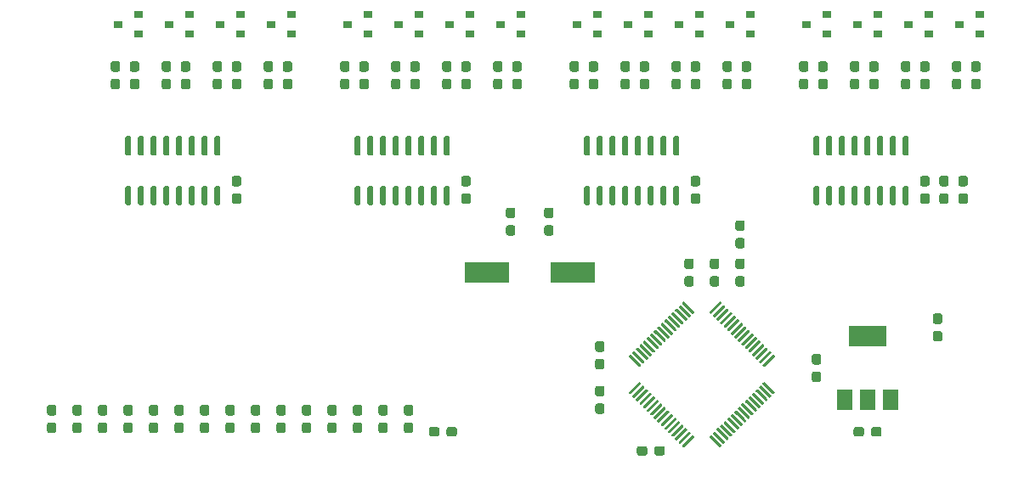
<source format=gtp>
G04 #@! TF.GenerationSoftware,KiCad,Pcbnew,(5.1.6)-1*
G04 #@! TF.CreationDate,2021-02-11T21:03:36+02:00*
G04 #@! TF.ProjectId,spectrum_analyzer,73706563-7472-4756-9d5f-616e616c797a,rev?*
G04 #@! TF.SameCoordinates,Original*
G04 #@! TF.FileFunction,Paste,Top*
G04 #@! TF.FilePolarity,Positive*
%FSLAX46Y46*%
G04 Gerber Fmt 4.6, Leading zero omitted, Abs format (unit mm)*
G04 Created by KiCad (PCBNEW (5.1.6)-1) date 2021-02-11 21:03:36*
%MOMM*%
%LPD*%
G01*
G04 APERTURE LIST*
%ADD10R,4.500000X2.000000*%
%ADD11R,0.900000X0.800000*%
%ADD12R,1.500000X2.000000*%
%ADD13R,3.800000X2.000000*%
G04 APERTURE END LIST*
G36*
G01*
X157877500Y-87345000D02*
X158352500Y-87345000D01*
G75*
G02*
X158590000Y-87582500I0J-237500D01*
G01*
X158590000Y-88157500D01*
G75*
G02*
X158352500Y-88395000I-237500J0D01*
G01*
X157877500Y-88395000D01*
G75*
G02*
X157640000Y-88157500I0J237500D01*
G01*
X157640000Y-87582500D01*
G75*
G02*
X157877500Y-87345000I237500J0D01*
G01*
G37*
G36*
G01*
X157877500Y-85595000D02*
X158352500Y-85595000D01*
G75*
G02*
X158590000Y-85832500I0J-237500D01*
G01*
X158590000Y-86407500D01*
G75*
G02*
X158352500Y-86645000I-237500J0D01*
G01*
X157877500Y-86645000D01*
G75*
G02*
X157640000Y-86407500I0J237500D01*
G01*
X157640000Y-85832500D01*
G75*
G02*
X157877500Y-85595000I237500J0D01*
G01*
G37*
G36*
G01*
X155972500Y-87345000D02*
X156447500Y-87345000D01*
G75*
G02*
X156685000Y-87582500I0J-237500D01*
G01*
X156685000Y-88157500D01*
G75*
G02*
X156447500Y-88395000I-237500J0D01*
G01*
X155972500Y-88395000D01*
G75*
G02*
X155735000Y-88157500I0J237500D01*
G01*
X155735000Y-87582500D01*
G75*
G02*
X155972500Y-87345000I237500J0D01*
G01*
G37*
G36*
G01*
X155972500Y-85595000D02*
X156447500Y-85595000D01*
G75*
G02*
X156685000Y-85832500I0J-237500D01*
G01*
X156685000Y-86407500D01*
G75*
G02*
X156447500Y-86645000I-237500J0D01*
G01*
X155972500Y-86645000D01*
G75*
G02*
X155735000Y-86407500I0J237500D01*
G01*
X155735000Y-85832500D01*
G75*
G02*
X155972500Y-85595000I237500J0D01*
G01*
G37*
G36*
G01*
X136127500Y-91090000D02*
X135652500Y-91090000D01*
G75*
G02*
X135415000Y-90852500I0J237500D01*
G01*
X135415000Y-90277500D01*
G75*
G02*
X135652500Y-90040000I237500J0D01*
G01*
X136127500Y-90040000D01*
G75*
G02*
X136365000Y-90277500I0J-237500D01*
G01*
X136365000Y-90852500D01*
G75*
G02*
X136127500Y-91090000I-237500J0D01*
G01*
G37*
G36*
G01*
X136127500Y-92840000D02*
X135652500Y-92840000D01*
G75*
G02*
X135415000Y-92602500I0J237500D01*
G01*
X135415000Y-92027500D01*
G75*
G02*
X135652500Y-91790000I237500J0D01*
G01*
X136127500Y-91790000D01*
G75*
G02*
X136365000Y-92027500I0J-237500D01*
G01*
X136365000Y-92602500D01*
G75*
G02*
X136127500Y-92840000I-237500J0D01*
G01*
G37*
G36*
G01*
X135652500Y-95600000D02*
X136127500Y-95600000D01*
G75*
G02*
X136365000Y-95837500I0J-237500D01*
G01*
X136365000Y-96412500D01*
G75*
G02*
X136127500Y-96650000I-237500J0D01*
G01*
X135652500Y-96650000D01*
G75*
G02*
X135415000Y-96412500I0J237500D01*
G01*
X135415000Y-95837500D01*
G75*
G02*
X135652500Y-95600000I237500J0D01*
G01*
G37*
G36*
G01*
X135652500Y-93850000D02*
X136127500Y-93850000D01*
G75*
G02*
X136365000Y-94087500I0J-237500D01*
G01*
X136365000Y-94662500D01*
G75*
G02*
X136127500Y-94900000I-237500J0D01*
G01*
X135652500Y-94900000D01*
G75*
G02*
X135415000Y-94662500I0J237500D01*
G01*
X135415000Y-94087500D01*
G75*
G02*
X135652500Y-93850000I237500J0D01*
G01*
G37*
G36*
G01*
X105935000Y-110887500D02*
X105935000Y-111362500D01*
G75*
G02*
X105697500Y-111600000I-237500J0D01*
G01*
X105122500Y-111600000D01*
G75*
G02*
X104885000Y-111362500I0J237500D01*
G01*
X104885000Y-110887500D01*
G75*
G02*
X105122500Y-110650000I237500J0D01*
G01*
X105697500Y-110650000D01*
G75*
G02*
X105935000Y-110887500I0J-237500D01*
G01*
G37*
G36*
G01*
X107685000Y-110887500D02*
X107685000Y-111362500D01*
G75*
G02*
X107447500Y-111600000I-237500J0D01*
G01*
X106872500Y-111600000D01*
G75*
G02*
X106635000Y-111362500I0J237500D01*
G01*
X106635000Y-110887500D01*
G75*
G02*
X106872500Y-110650000I237500J0D01*
G01*
X107447500Y-110650000D01*
G75*
G02*
X107685000Y-110887500I0J-237500D01*
G01*
G37*
G36*
G01*
X148240000Y-110887500D02*
X148240000Y-111362500D01*
G75*
G02*
X148002500Y-111600000I-237500J0D01*
G01*
X147427500Y-111600000D01*
G75*
G02*
X147190000Y-111362500I0J237500D01*
G01*
X147190000Y-110887500D01*
G75*
G02*
X147427500Y-110650000I237500J0D01*
G01*
X148002500Y-110650000D01*
G75*
G02*
X148240000Y-110887500I0J-237500D01*
G01*
G37*
G36*
G01*
X149990000Y-110887500D02*
X149990000Y-111362500D01*
G75*
G02*
X149752500Y-111600000I-237500J0D01*
G01*
X149177500Y-111600000D01*
G75*
G02*
X148940000Y-111362500I0J237500D01*
G01*
X148940000Y-110887500D01*
G75*
G02*
X149177500Y-110650000I237500J0D01*
G01*
X149752500Y-110650000D01*
G75*
G02*
X149990000Y-110887500I0J-237500D01*
G01*
G37*
D10*
X110685000Y-95250000D03*
X119185000Y-95250000D03*
G36*
G01*
X132840140Y-99134428D02*
X133830090Y-98144478D01*
G75*
G02*
X133936156Y-98144478I53033J-53033D01*
G01*
X134042222Y-98250544D01*
G75*
G02*
X134042222Y-98356610I-53033J-53033D01*
G01*
X133052272Y-99346560D01*
G75*
G02*
X132946206Y-99346560I-53033J53033D01*
G01*
X132840140Y-99240494D01*
G75*
G02*
X132840140Y-99134428I53033J53033D01*
G01*
G37*
G36*
G01*
X133193693Y-99487981D02*
X134183643Y-98498031D01*
G75*
G02*
X134289709Y-98498031I53033J-53033D01*
G01*
X134395775Y-98604097D01*
G75*
G02*
X134395775Y-98710163I-53033J-53033D01*
G01*
X133405825Y-99700113D01*
G75*
G02*
X133299759Y-99700113I-53033J53033D01*
G01*
X133193693Y-99594047D01*
G75*
G02*
X133193693Y-99487981I53033J53033D01*
G01*
G37*
G36*
G01*
X133547246Y-99841534D02*
X134537196Y-98851584D01*
G75*
G02*
X134643262Y-98851584I53033J-53033D01*
G01*
X134749328Y-98957650D01*
G75*
G02*
X134749328Y-99063716I-53033J-53033D01*
G01*
X133759378Y-100053666D01*
G75*
G02*
X133653312Y-100053666I-53033J53033D01*
G01*
X133547246Y-99947600D01*
G75*
G02*
X133547246Y-99841534I53033J53033D01*
G01*
G37*
G36*
G01*
X133900800Y-100195088D02*
X134890750Y-99205138D01*
G75*
G02*
X134996816Y-99205138I53033J-53033D01*
G01*
X135102882Y-99311204D01*
G75*
G02*
X135102882Y-99417270I-53033J-53033D01*
G01*
X134112932Y-100407220D01*
G75*
G02*
X134006866Y-100407220I-53033J53033D01*
G01*
X133900800Y-100301154D01*
G75*
G02*
X133900800Y-100195088I53033J53033D01*
G01*
G37*
G36*
G01*
X134254353Y-100548641D02*
X135244303Y-99558691D01*
G75*
G02*
X135350369Y-99558691I53033J-53033D01*
G01*
X135456435Y-99664757D01*
G75*
G02*
X135456435Y-99770823I-53033J-53033D01*
G01*
X134466485Y-100760773D01*
G75*
G02*
X134360419Y-100760773I-53033J53033D01*
G01*
X134254353Y-100654707D01*
G75*
G02*
X134254353Y-100548641I53033J53033D01*
G01*
G37*
G36*
G01*
X134607907Y-100902195D02*
X135597857Y-99912245D01*
G75*
G02*
X135703923Y-99912245I53033J-53033D01*
G01*
X135809989Y-100018311D01*
G75*
G02*
X135809989Y-100124377I-53033J-53033D01*
G01*
X134820039Y-101114327D01*
G75*
G02*
X134713973Y-101114327I-53033J53033D01*
G01*
X134607907Y-101008261D01*
G75*
G02*
X134607907Y-100902195I53033J53033D01*
G01*
G37*
G36*
G01*
X134961460Y-101255748D02*
X135951410Y-100265798D01*
G75*
G02*
X136057476Y-100265798I53033J-53033D01*
G01*
X136163542Y-100371864D01*
G75*
G02*
X136163542Y-100477930I-53033J-53033D01*
G01*
X135173592Y-101467880D01*
G75*
G02*
X135067526Y-101467880I-53033J53033D01*
G01*
X134961460Y-101361814D01*
G75*
G02*
X134961460Y-101255748I53033J53033D01*
G01*
G37*
G36*
G01*
X135315013Y-101609301D02*
X136304963Y-100619351D01*
G75*
G02*
X136411029Y-100619351I53033J-53033D01*
G01*
X136517095Y-100725417D01*
G75*
G02*
X136517095Y-100831483I-53033J-53033D01*
G01*
X135527145Y-101821433D01*
G75*
G02*
X135421079Y-101821433I-53033J53033D01*
G01*
X135315013Y-101715367D01*
G75*
G02*
X135315013Y-101609301I53033J53033D01*
G01*
G37*
G36*
G01*
X135668567Y-101962855D02*
X136658517Y-100972905D01*
G75*
G02*
X136764583Y-100972905I53033J-53033D01*
G01*
X136870649Y-101078971D01*
G75*
G02*
X136870649Y-101185037I-53033J-53033D01*
G01*
X135880699Y-102174987D01*
G75*
G02*
X135774633Y-102174987I-53033J53033D01*
G01*
X135668567Y-102068921D01*
G75*
G02*
X135668567Y-101962855I53033J53033D01*
G01*
G37*
G36*
G01*
X136022120Y-102316408D02*
X137012070Y-101326458D01*
G75*
G02*
X137118136Y-101326458I53033J-53033D01*
G01*
X137224202Y-101432524D01*
G75*
G02*
X137224202Y-101538590I-53033J-53033D01*
G01*
X136234252Y-102528540D01*
G75*
G02*
X136128186Y-102528540I-53033J53033D01*
G01*
X136022120Y-102422474D01*
G75*
G02*
X136022120Y-102316408I53033J53033D01*
G01*
G37*
G36*
G01*
X136375673Y-102669961D02*
X137365623Y-101680011D01*
G75*
G02*
X137471689Y-101680011I53033J-53033D01*
G01*
X137577755Y-101786077D01*
G75*
G02*
X137577755Y-101892143I-53033J-53033D01*
G01*
X136587805Y-102882093D01*
G75*
G02*
X136481739Y-102882093I-53033J53033D01*
G01*
X136375673Y-102776027D01*
G75*
G02*
X136375673Y-102669961I53033J53033D01*
G01*
G37*
G36*
G01*
X136729227Y-103023515D02*
X137719177Y-102033565D01*
G75*
G02*
X137825243Y-102033565I53033J-53033D01*
G01*
X137931309Y-102139631D01*
G75*
G02*
X137931309Y-102245697I-53033J-53033D01*
G01*
X136941359Y-103235647D01*
G75*
G02*
X136835293Y-103235647I-53033J53033D01*
G01*
X136729227Y-103129581D01*
G75*
G02*
X136729227Y-103023515I53033J53033D01*
G01*
G37*
G36*
G01*
X137082780Y-103377068D02*
X138072730Y-102387118D01*
G75*
G02*
X138178796Y-102387118I53033J-53033D01*
G01*
X138284862Y-102493184D01*
G75*
G02*
X138284862Y-102599250I-53033J-53033D01*
G01*
X137294912Y-103589200D01*
G75*
G02*
X137188846Y-103589200I-53033J53033D01*
G01*
X137082780Y-103483134D01*
G75*
G02*
X137082780Y-103377068I53033J53033D01*
G01*
G37*
G36*
G01*
X137436334Y-103730622D02*
X138426284Y-102740672D01*
G75*
G02*
X138532350Y-102740672I53033J-53033D01*
G01*
X138638416Y-102846738D01*
G75*
G02*
X138638416Y-102952804I-53033J-53033D01*
G01*
X137648466Y-103942754D01*
G75*
G02*
X137542400Y-103942754I-53033J53033D01*
G01*
X137436334Y-103836688D01*
G75*
G02*
X137436334Y-103730622I53033J53033D01*
G01*
G37*
G36*
G01*
X137789887Y-104084175D02*
X138779837Y-103094225D01*
G75*
G02*
X138885903Y-103094225I53033J-53033D01*
G01*
X138991969Y-103200291D01*
G75*
G02*
X138991969Y-103306357I-53033J-53033D01*
G01*
X138002019Y-104296307D01*
G75*
G02*
X137895953Y-104296307I-53033J53033D01*
G01*
X137789887Y-104190241D01*
G75*
G02*
X137789887Y-104084175I53033J53033D01*
G01*
G37*
G36*
G01*
X138143440Y-104437728D02*
X139133390Y-103447778D01*
G75*
G02*
X139239456Y-103447778I53033J-53033D01*
G01*
X139345522Y-103553844D01*
G75*
G02*
X139345522Y-103659910I-53033J-53033D01*
G01*
X138355572Y-104649860D01*
G75*
G02*
X138249506Y-104649860I-53033J53033D01*
G01*
X138143440Y-104543794D01*
G75*
G02*
X138143440Y-104437728I53033J53033D01*
G01*
G37*
G36*
G01*
X138143440Y-106276206D02*
X138249506Y-106170140D01*
G75*
G02*
X138355572Y-106170140I53033J-53033D01*
G01*
X139345522Y-107160090D01*
G75*
G02*
X139345522Y-107266156I-53033J-53033D01*
G01*
X139239456Y-107372222D01*
G75*
G02*
X139133390Y-107372222I-53033J53033D01*
G01*
X138143440Y-106382272D01*
G75*
G02*
X138143440Y-106276206I53033J53033D01*
G01*
G37*
G36*
G01*
X137789887Y-106629759D02*
X137895953Y-106523693D01*
G75*
G02*
X138002019Y-106523693I53033J-53033D01*
G01*
X138991969Y-107513643D01*
G75*
G02*
X138991969Y-107619709I-53033J-53033D01*
G01*
X138885903Y-107725775D01*
G75*
G02*
X138779837Y-107725775I-53033J53033D01*
G01*
X137789887Y-106735825D01*
G75*
G02*
X137789887Y-106629759I53033J53033D01*
G01*
G37*
G36*
G01*
X137436334Y-106983312D02*
X137542400Y-106877246D01*
G75*
G02*
X137648466Y-106877246I53033J-53033D01*
G01*
X138638416Y-107867196D01*
G75*
G02*
X138638416Y-107973262I-53033J-53033D01*
G01*
X138532350Y-108079328D01*
G75*
G02*
X138426284Y-108079328I-53033J53033D01*
G01*
X137436334Y-107089378D01*
G75*
G02*
X137436334Y-106983312I53033J53033D01*
G01*
G37*
G36*
G01*
X137082780Y-107336866D02*
X137188846Y-107230800D01*
G75*
G02*
X137294912Y-107230800I53033J-53033D01*
G01*
X138284862Y-108220750D01*
G75*
G02*
X138284862Y-108326816I-53033J-53033D01*
G01*
X138178796Y-108432882D01*
G75*
G02*
X138072730Y-108432882I-53033J53033D01*
G01*
X137082780Y-107442932D01*
G75*
G02*
X137082780Y-107336866I53033J53033D01*
G01*
G37*
G36*
G01*
X136729227Y-107690419D02*
X136835293Y-107584353D01*
G75*
G02*
X136941359Y-107584353I53033J-53033D01*
G01*
X137931309Y-108574303D01*
G75*
G02*
X137931309Y-108680369I-53033J-53033D01*
G01*
X137825243Y-108786435D01*
G75*
G02*
X137719177Y-108786435I-53033J53033D01*
G01*
X136729227Y-107796485D01*
G75*
G02*
X136729227Y-107690419I53033J53033D01*
G01*
G37*
G36*
G01*
X136375673Y-108043973D02*
X136481739Y-107937907D01*
G75*
G02*
X136587805Y-107937907I53033J-53033D01*
G01*
X137577755Y-108927857D01*
G75*
G02*
X137577755Y-109033923I-53033J-53033D01*
G01*
X137471689Y-109139989D01*
G75*
G02*
X137365623Y-109139989I-53033J53033D01*
G01*
X136375673Y-108150039D01*
G75*
G02*
X136375673Y-108043973I53033J53033D01*
G01*
G37*
G36*
G01*
X136022120Y-108397526D02*
X136128186Y-108291460D01*
G75*
G02*
X136234252Y-108291460I53033J-53033D01*
G01*
X137224202Y-109281410D01*
G75*
G02*
X137224202Y-109387476I-53033J-53033D01*
G01*
X137118136Y-109493542D01*
G75*
G02*
X137012070Y-109493542I-53033J53033D01*
G01*
X136022120Y-108503592D01*
G75*
G02*
X136022120Y-108397526I53033J53033D01*
G01*
G37*
G36*
G01*
X135668567Y-108751079D02*
X135774633Y-108645013D01*
G75*
G02*
X135880699Y-108645013I53033J-53033D01*
G01*
X136870649Y-109634963D01*
G75*
G02*
X136870649Y-109741029I-53033J-53033D01*
G01*
X136764583Y-109847095D01*
G75*
G02*
X136658517Y-109847095I-53033J53033D01*
G01*
X135668567Y-108857145D01*
G75*
G02*
X135668567Y-108751079I53033J53033D01*
G01*
G37*
G36*
G01*
X135315013Y-109104633D02*
X135421079Y-108998567D01*
G75*
G02*
X135527145Y-108998567I53033J-53033D01*
G01*
X136517095Y-109988517D01*
G75*
G02*
X136517095Y-110094583I-53033J-53033D01*
G01*
X136411029Y-110200649D01*
G75*
G02*
X136304963Y-110200649I-53033J53033D01*
G01*
X135315013Y-109210699D01*
G75*
G02*
X135315013Y-109104633I53033J53033D01*
G01*
G37*
G36*
G01*
X134961460Y-109458186D02*
X135067526Y-109352120D01*
G75*
G02*
X135173592Y-109352120I53033J-53033D01*
G01*
X136163542Y-110342070D01*
G75*
G02*
X136163542Y-110448136I-53033J-53033D01*
G01*
X136057476Y-110554202D01*
G75*
G02*
X135951410Y-110554202I-53033J53033D01*
G01*
X134961460Y-109564252D01*
G75*
G02*
X134961460Y-109458186I53033J53033D01*
G01*
G37*
G36*
G01*
X134607907Y-109811739D02*
X134713973Y-109705673D01*
G75*
G02*
X134820039Y-109705673I53033J-53033D01*
G01*
X135809989Y-110695623D01*
G75*
G02*
X135809989Y-110801689I-53033J-53033D01*
G01*
X135703923Y-110907755D01*
G75*
G02*
X135597857Y-110907755I-53033J53033D01*
G01*
X134607907Y-109917805D01*
G75*
G02*
X134607907Y-109811739I53033J53033D01*
G01*
G37*
G36*
G01*
X134254353Y-110165293D02*
X134360419Y-110059227D01*
G75*
G02*
X134466485Y-110059227I53033J-53033D01*
G01*
X135456435Y-111049177D01*
G75*
G02*
X135456435Y-111155243I-53033J-53033D01*
G01*
X135350369Y-111261309D01*
G75*
G02*
X135244303Y-111261309I-53033J53033D01*
G01*
X134254353Y-110271359D01*
G75*
G02*
X134254353Y-110165293I53033J53033D01*
G01*
G37*
G36*
G01*
X133900800Y-110518846D02*
X134006866Y-110412780D01*
G75*
G02*
X134112932Y-110412780I53033J-53033D01*
G01*
X135102882Y-111402730D01*
G75*
G02*
X135102882Y-111508796I-53033J-53033D01*
G01*
X134996816Y-111614862D01*
G75*
G02*
X134890750Y-111614862I-53033J53033D01*
G01*
X133900800Y-110624912D01*
G75*
G02*
X133900800Y-110518846I53033J53033D01*
G01*
G37*
G36*
G01*
X133547246Y-110872400D02*
X133653312Y-110766334D01*
G75*
G02*
X133759378Y-110766334I53033J-53033D01*
G01*
X134749328Y-111756284D01*
G75*
G02*
X134749328Y-111862350I-53033J-53033D01*
G01*
X134643262Y-111968416D01*
G75*
G02*
X134537196Y-111968416I-53033J53033D01*
G01*
X133547246Y-110978466D01*
G75*
G02*
X133547246Y-110872400I53033J53033D01*
G01*
G37*
G36*
G01*
X133193693Y-111225953D02*
X133299759Y-111119887D01*
G75*
G02*
X133405825Y-111119887I53033J-53033D01*
G01*
X134395775Y-112109837D01*
G75*
G02*
X134395775Y-112215903I-53033J-53033D01*
G01*
X134289709Y-112321969D01*
G75*
G02*
X134183643Y-112321969I-53033J53033D01*
G01*
X133193693Y-111332019D01*
G75*
G02*
X133193693Y-111225953I53033J53033D01*
G01*
G37*
G36*
G01*
X132840140Y-111579506D02*
X132946206Y-111473440D01*
G75*
G02*
X133052272Y-111473440I53033J-53033D01*
G01*
X134042222Y-112463390D01*
G75*
G02*
X134042222Y-112569456I-53033J-53033D01*
G01*
X133936156Y-112675522D01*
G75*
G02*
X133830090Y-112675522I-53033J53033D01*
G01*
X132840140Y-111685572D01*
G75*
G02*
X132840140Y-111579506I53033J53033D01*
G01*
G37*
G36*
G01*
X130117778Y-112463390D02*
X131107728Y-111473440D01*
G75*
G02*
X131213794Y-111473440I53033J-53033D01*
G01*
X131319860Y-111579506D01*
G75*
G02*
X131319860Y-111685572I-53033J-53033D01*
G01*
X130329910Y-112675522D01*
G75*
G02*
X130223844Y-112675522I-53033J53033D01*
G01*
X130117778Y-112569456D01*
G75*
G02*
X130117778Y-112463390I53033J53033D01*
G01*
G37*
G36*
G01*
X129764225Y-112109837D02*
X130754175Y-111119887D01*
G75*
G02*
X130860241Y-111119887I53033J-53033D01*
G01*
X130966307Y-111225953D01*
G75*
G02*
X130966307Y-111332019I-53033J-53033D01*
G01*
X129976357Y-112321969D01*
G75*
G02*
X129870291Y-112321969I-53033J53033D01*
G01*
X129764225Y-112215903D01*
G75*
G02*
X129764225Y-112109837I53033J53033D01*
G01*
G37*
G36*
G01*
X129410672Y-111756284D02*
X130400622Y-110766334D01*
G75*
G02*
X130506688Y-110766334I53033J-53033D01*
G01*
X130612754Y-110872400D01*
G75*
G02*
X130612754Y-110978466I-53033J-53033D01*
G01*
X129622804Y-111968416D01*
G75*
G02*
X129516738Y-111968416I-53033J53033D01*
G01*
X129410672Y-111862350D01*
G75*
G02*
X129410672Y-111756284I53033J53033D01*
G01*
G37*
G36*
G01*
X129057118Y-111402730D02*
X130047068Y-110412780D01*
G75*
G02*
X130153134Y-110412780I53033J-53033D01*
G01*
X130259200Y-110518846D01*
G75*
G02*
X130259200Y-110624912I-53033J-53033D01*
G01*
X129269250Y-111614862D01*
G75*
G02*
X129163184Y-111614862I-53033J53033D01*
G01*
X129057118Y-111508796D01*
G75*
G02*
X129057118Y-111402730I53033J53033D01*
G01*
G37*
G36*
G01*
X128703565Y-111049177D02*
X129693515Y-110059227D01*
G75*
G02*
X129799581Y-110059227I53033J-53033D01*
G01*
X129905647Y-110165293D01*
G75*
G02*
X129905647Y-110271359I-53033J-53033D01*
G01*
X128915697Y-111261309D01*
G75*
G02*
X128809631Y-111261309I-53033J53033D01*
G01*
X128703565Y-111155243D01*
G75*
G02*
X128703565Y-111049177I53033J53033D01*
G01*
G37*
G36*
G01*
X128350011Y-110695623D02*
X129339961Y-109705673D01*
G75*
G02*
X129446027Y-109705673I53033J-53033D01*
G01*
X129552093Y-109811739D01*
G75*
G02*
X129552093Y-109917805I-53033J-53033D01*
G01*
X128562143Y-110907755D01*
G75*
G02*
X128456077Y-110907755I-53033J53033D01*
G01*
X128350011Y-110801689D01*
G75*
G02*
X128350011Y-110695623I53033J53033D01*
G01*
G37*
G36*
G01*
X127996458Y-110342070D02*
X128986408Y-109352120D01*
G75*
G02*
X129092474Y-109352120I53033J-53033D01*
G01*
X129198540Y-109458186D01*
G75*
G02*
X129198540Y-109564252I-53033J-53033D01*
G01*
X128208590Y-110554202D01*
G75*
G02*
X128102524Y-110554202I-53033J53033D01*
G01*
X127996458Y-110448136D01*
G75*
G02*
X127996458Y-110342070I53033J53033D01*
G01*
G37*
G36*
G01*
X127642905Y-109988517D02*
X128632855Y-108998567D01*
G75*
G02*
X128738921Y-108998567I53033J-53033D01*
G01*
X128844987Y-109104633D01*
G75*
G02*
X128844987Y-109210699I-53033J-53033D01*
G01*
X127855037Y-110200649D01*
G75*
G02*
X127748971Y-110200649I-53033J53033D01*
G01*
X127642905Y-110094583D01*
G75*
G02*
X127642905Y-109988517I53033J53033D01*
G01*
G37*
G36*
G01*
X127289351Y-109634963D02*
X128279301Y-108645013D01*
G75*
G02*
X128385367Y-108645013I53033J-53033D01*
G01*
X128491433Y-108751079D01*
G75*
G02*
X128491433Y-108857145I-53033J-53033D01*
G01*
X127501483Y-109847095D01*
G75*
G02*
X127395417Y-109847095I-53033J53033D01*
G01*
X127289351Y-109741029D01*
G75*
G02*
X127289351Y-109634963I53033J53033D01*
G01*
G37*
G36*
G01*
X126935798Y-109281410D02*
X127925748Y-108291460D01*
G75*
G02*
X128031814Y-108291460I53033J-53033D01*
G01*
X128137880Y-108397526D01*
G75*
G02*
X128137880Y-108503592I-53033J-53033D01*
G01*
X127147930Y-109493542D01*
G75*
G02*
X127041864Y-109493542I-53033J53033D01*
G01*
X126935798Y-109387476D01*
G75*
G02*
X126935798Y-109281410I53033J53033D01*
G01*
G37*
G36*
G01*
X126582245Y-108927857D02*
X127572195Y-107937907D01*
G75*
G02*
X127678261Y-107937907I53033J-53033D01*
G01*
X127784327Y-108043973D01*
G75*
G02*
X127784327Y-108150039I-53033J-53033D01*
G01*
X126794377Y-109139989D01*
G75*
G02*
X126688311Y-109139989I-53033J53033D01*
G01*
X126582245Y-109033923D01*
G75*
G02*
X126582245Y-108927857I53033J53033D01*
G01*
G37*
G36*
G01*
X126228691Y-108574303D02*
X127218641Y-107584353D01*
G75*
G02*
X127324707Y-107584353I53033J-53033D01*
G01*
X127430773Y-107690419D01*
G75*
G02*
X127430773Y-107796485I-53033J-53033D01*
G01*
X126440823Y-108786435D01*
G75*
G02*
X126334757Y-108786435I-53033J53033D01*
G01*
X126228691Y-108680369D01*
G75*
G02*
X126228691Y-108574303I53033J53033D01*
G01*
G37*
G36*
G01*
X125875138Y-108220750D02*
X126865088Y-107230800D01*
G75*
G02*
X126971154Y-107230800I53033J-53033D01*
G01*
X127077220Y-107336866D01*
G75*
G02*
X127077220Y-107442932I-53033J-53033D01*
G01*
X126087270Y-108432882D01*
G75*
G02*
X125981204Y-108432882I-53033J53033D01*
G01*
X125875138Y-108326816D01*
G75*
G02*
X125875138Y-108220750I53033J53033D01*
G01*
G37*
G36*
G01*
X125521584Y-107867196D02*
X126511534Y-106877246D01*
G75*
G02*
X126617600Y-106877246I53033J-53033D01*
G01*
X126723666Y-106983312D01*
G75*
G02*
X126723666Y-107089378I-53033J-53033D01*
G01*
X125733716Y-108079328D01*
G75*
G02*
X125627650Y-108079328I-53033J53033D01*
G01*
X125521584Y-107973262D01*
G75*
G02*
X125521584Y-107867196I53033J53033D01*
G01*
G37*
G36*
G01*
X125168031Y-107513643D02*
X126157981Y-106523693D01*
G75*
G02*
X126264047Y-106523693I53033J-53033D01*
G01*
X126370113Y-106629759D01*
G75*
G02*
X126370113Y-106735825I-53033J-53033D01*
G01*
X125380163Y-107725775D01*
G75*
G02*
X125274097Y-107725775I-53033J53033D01*
G01*
X125168031Y-107619709D01*
G75*
G02*
X125168031Y-107513643I53033J53033D01*
G01*
G37*
G36*
G01*
X124814478Y-107160090D02*
X125804428Y-106170140D01*
G75*
G02*
X125910494Y-106170140I53033J-53033D01*
G01*
X126016560Y-106276206D01*
G75*
G02*
X126016560Y-106382272I-53033J-53033D01*
G01*
X125026610Y-107372222D01*
G75*
G02*
X124920544Y-107372222I-53033J53033D01*
G01*
X124814478Y-107266156D01*
G75*
G02*
X124814478Y-107160090I53033J53033D01*
G01*
G37*
G36*
G01*
X124814478Y-103553844D02*
X124920544Y-103447778D01*
G75*
G02*
X125026610Y-103447778I53033J-53033D01*
G01*
X126016560Y-104437728D01*
G75*
G02*
X126016560Y-104543794I-53033J-53033D01*
G01*
X125910494Y-104649860D01*
G75*
G02*
X125804428Y-104649860I-53033J53033D01*
G01*
X124814478Y-103659910D01*
G75*
G02*
X124814478Y-103553844I53033J53033D01*
G01*
G37*
G36*
G01*
X125168031Y-103200291D02*
X125274097Y-103094225D01*
G75*
G02*
X125380163Y-103094225I53033J-53033D01*
G01*
X126370113Y-104084175D01*
G75*
G02*
X126370113Y-104190241I-53033J-53033D01*
G01*
X126264047Y-104296307D01*
G75*
G02*
X126157981Y-104296307I-53033J53033D01*
G01*
X125168031Y-103306357D01*
G75*
G02*
X125168031Y-103200291I53033J53033D01*
G01*
G37*
G36*
G01*
X125521584Y-102846738D02*
X125627650Y-102740672D01*
G75*
G02*
X125733716Y-102740672I53033J-53033D01*
G01*
X126723666Y-103730622D01*
G75*
G02*
X126723666Y-103836688I-53033J-53033D01*
G01*
X126617600Y-103942754D01*
G75*
G02*
X126511534Y-103942754I-53033J53033D01*
G01*
X125521584Y-102952804D01*
G75*
G02*
X125521584Y-102846738I53033J53033D01*
G01*
G37*
G36*
G01*
X125875138Y-102493184D02*
X125981204Y-102387118D01*
G75*
G02*
X126087270Y-102387118I53033J-53033D01*
G01*
X127077220Y-103377068D01*
G75*
G02*
X127077220Y-103483134I-53033J-53033D01*
G01*
X126971154Y-103589200D01*
G75*
G02*
X126865088Y-103589200I-53033J53033D01*
G01*
X125875138Y-102599250D01*
G75*
G02*
X125875138Y-102493184I53033J53033D01*
G01*
G37*
G36*
G01*
X126228691Y-102139631D02*
X126334757Y-102033565D01*
G75*
G02*
X126440823Y-102033565I53033J-53033D01*
G01*
X127430773Y-103023515D01*
G75*
G02*
X127430773Y-103129581I-53033J-53033D01*
G01*
X127324707Y-103235647D01*
G75*
G02*
X127218641Y-103235647I-53033J53033D01*
G01*
X126228691Y-102245697D01*
G75*
G02*
X126228691Y-102139631I53033J53033D01*
G01*
G37*
G36*
G01*
X126582245Y-101786077D02*
X126688311Y-101680011D01*
G75*
G02*
X126794377Y-101680011I53033J-53033D01*
G01*
X127784327Y-102669961D01*
G75*
G02*
X127784327Y-102776027I-53033J-53033D01*
G01*
X127678261Y-102882093D01*
G75*
G02*
X127572195Y-102882093I-53033J53033D01*
G01*
X126582245Y-101892143D01*
G75*
G02*
X126582245Y-101786077I53033J53033D01*
G01*
G37*
G36*
G01*
X126935798Y-101432524D02*
X127041864Y-101326458D01*
G75*
G02*
X127147930Y-101326458I53033J-53033D01*
G01*
X128137880Y-102316408D01*
G75*
G02*
X128137880Y-102422474I-53033J-53033D01*
G01*
X128031814Y-102528540D01*
G75*
G02*
X127925748Y-102528540I-53033J53033D01*
G01*
X126935798Y-101538590D01*
G75*
G02*
X126935798Y-101432524I53033J53033D01*
G01*
G37*
G36*
G01*
X127289351Y-101078971D02*
X127395417Y-100972905D01*
G75*
G02*
X127501483Y-100972905I53033J-53033D01*
G01*
X128491433Y-101962855D01*
G75*
G02*
X128491433Y-102068921I-53033J-53033D01*
G01*
X128385367Y-102174987D01*
G75*
G02*
X128279301Y-102174987I-53033J53033D01*
G01*
X127289351Y-101185037D01*
G75*
G02*
X127289351Y-101078971I53033J53033D01*
G01*
G37*
G36*
G01*
X127642905Y-100725417D02*
X127748971Y-100619351D01*
G75*
G02*
X127855037Y-100619351I53033J-53033D01*
G01*
X128844987Y-101609301D01*
G75*
G02*
X128844987Y-101715367I-53033J-53033D01*
G01*
X128738921Y-101821433D01*
G75*
G02*
X128632855Y-101821433I-53033J53033D01*
G01*
X127642905Y-100831483D01*
G75*
G02*
X127642905Y-100725417I53033J53033D01*
G01*
G37*
G36*
G01*
X127996458Y-100371864D02*
X128102524Y-100265798D01*
G75*
G02*
X128208590Y-100265798I53033J-53033D01*
G01*
X129198540Y-101255748D01*
G75*
G02*
X129198540Y-101361814I-53033J-53033D01*
G01*
X129092474Y-101467880D01*
G75*
G02*
X128986408Y-101467880I-53033J53033D01*
G01*
X127996458Y-100477930D01*
G75*
G02*
X127996458Y-100371864I53033J53033D01*
G01*
G37*
G36*
G01*
X128350011Y-100018311D02*
X128456077Y-99912245D01*
G75*
G02*
X128562143Y-99912245I53033J-53033D01*
G01*
X129552093Y-100902195D01*
G75*
G02*
X129552093Y-101008261I-53033J-53033D01*
G01*
X129446027Y-101114327D01*
G75*
G02*
X129339961Y-101114327I-53033J53033D01*
G01*
X128350011Y-100124377D01*
G75*
G02*
X128350011Y-100018311I53033J53033D01*
G01*
G37*
G36*
G01*
X128703565Y-99664757D02*
X128809631Y-99558691D01*
G75*
G02*
X128915697Y-99558691I53033J-53033D01*
G01*
X129905647Y-100548641D01*
G75*
G02*
X129905647Y-100654707I-53033J-53033D01*
G01*
X129799581Y-100760773D01*
G75*
G02*
X129693515Y-100760773I-53033J53033D01*
G01*
X128703565Y-99770823D01*
G75*
G02*
X128703565Y-99664757I53033J53033D01*
G01*
G37*
G36*
G01*
X129057118Y-99311204D02*
X129163184Y-99205138D01*
G75*
G02*
X129269250Y-99205138I53033J-53033D01*
G01*
X130259200Y-100195088D01*
G75*
G02*
X130259200Y-100301154I-53033J-53033D01*
G01*
X130153134Y-100407220D01*
G75*
G02*
X130047068Y-100407220I-53033J53033D01*
G01*
X129057118Y-99417270D01*
G75*
G02*
X129057118Y-99311204I53033J53033D01*
G01*
G37*
G36*
G01*
X129410672Y-98957650D02*
X129516738Y-98851584D01*
G75*
G02*
X129622804Y-98851584I53033J-53033D01*
G01*
X130612754Y-99841534D01*
G75*
G02*
X130612754Y-99947600I-53033J-53033D01*
G01*
X130506688Y-100053666D01*
G75*
G02*
X130400622Y-100053666I-53033J53033D01*
G01*
X129410672Y-99063716D01*
G75*
G02*
X129410672Y-98957650I53033J53033D01*
G01*
G37*
G36*
G01*
X129764225Y-98604097D02*
X129870291Y-98498031D01*
G75*
G02*
X129976357Y-98498031I53033J-53033D01*
G01*
X130966307Y-99487981D01*
G75*
G02*
X130966307Y-99594047I-53033J-53033D01*
G01*
X130860241Y-99700113D01*
G75*
G02*
X130754175Y-99700113I-53033J53033D01*
G01*
X129764225Y-98710163D01*
G75*
G02*
X129764225Y-98604097I53033J53033D01*
G01*
G37*
G36*
G01*
X130117778Y-98250544D02*
X130223844Y-98144478D01*
G75*
G02*
X130329910Y-98144478I53033J-53033D01*
G01*
X131319860Y-99134428D01*
G75*
G02*
X131319860Y-99240494I-53033J-53033D01*
G01*
X131213794Y-99346560D01*
G75*
G02*
X131107728Y-99346560I-53033J53033D01*
G01*
X130117778Y-98356610D01*
G75*
G02*
X130117778Y-98250544I53033J53033D01*
G01*
G37*
G36*
G01*
X95012500Y-108455001D02*
X95487500Y-108455001D01*
G75*
G02*
X95725000Y-108692501I0J-237500D01*
G01*
X95725000Y-109267501D01*
G75*
G02*
X95487500Y-109505001I-237500J0D01*
G01*
X95012500Y-109505001D01*
G75*
G02*
X94775000Y-109267501I0J237500D01*
G01*
X94775000Y-108692501D01*
G75*
G02*
X95012500Y-108455001I237500J0D01*
G01*
G37*
G36*
G01*
X95012500Y-110205001D02*
X95487500Y-110205001D01*
G75*
G02*
X95725000Y-110442501I0J-237500D01*
G01*
X95725000Y-111017501D01*
G75*
G02*
X95487500Y-111255001I-237500J0D01*
G01*
X95012500Y-111255001D01*
G75*
G02*
X94775000Y-111017501I0J237500D01*
G01*
X94775000Y-110442501D01*
G75*
G02*
X95012500Y-110205001I237500J0D01*
G01*
G37*
G36*
G01*
X102632500Y-108455000D02*
X103107500Y-108455000D01*
G75*
G02*
X103345000Y-108692500I0J-237500D01*
G01*
X103345000Y-109267500D01*
G75*
G02*
X103107500Y-109505000I-237500J0D01*
G01*
X102632500Y-109505000D01*
G75*
G02*
X102395000Y-109267500I0J237500D01*
G01*
X102395000Y-108692500D01*
G75*
G02*
X102632500Y-108455000I237500J0D01*
G01*
G37*
G36*
G01*
X102632500Y-110205000D02*
X103107500Y-110205000D01*
G75*
G02*
X103345000Y-110442500I0J-237500D01*
G01*
X103345000Y-111017500D01*
G75*
G02*
X103107500Y-111255000I-237500J0D01*
G01*
X102632500Y-111255000D01*
G75*
G02*
X102395000Y-111017500I0J237500D01*
G01*
X102395000Y-110442500D01*
G75*
G02*
X102632500Y-110205000I237500J0D01*
G01*
G37*
G36*
G01*
X100092500Y-108455000D02*
X100567500Y-108455000D01*
G75*
G02*
X100805000Y-108692500I0J-237500D01*
G01*
X100805000Y-109267500D01*
G75*
G02*
X100567500Y-109505000I-237500J0D01*
G01*
X100092500Y-109505000D01*
G75*
G02*
X99855000Y-109267500I0J237500D01*
G01*
X99855000Y-108692500D01*
G75*
G02*
X100092500Y-108455000I237500J0D01*
G01*
G37*
G36*
G01*
X100092500Y-110205000D02*
X100567500Y-110205000D01*
G75*
G02*
X100805000Y-110442500I0J-237500D01*
G01*
X100805000Y-111017500D01*
G75*
G02*
X100567500Y-111255000I-237500J0D01*
G01*
X100092500Y-111255000D01*
G75*
G02*
X99855000Y-111017500I0J237500D01*
G01*
X99855000Y-110442500D01*
G75*
G02*
X100092500Y-110205000I237500J0D01*
G01*
G37*
G36*
G01*
X97552500Y-108455001D02*
X98027500Y-108455001D01*
G75*
G02*
X98265000Y-108692501I0J-237500D01*
G01*
X98265000Y-109267501D01*
G75*
G02*
X98027500Y-109505001I-237500J0D01*
G01*
X97552500Y-109505001D01*
G75*
G02*
X97315000Y-109267501I0J237500D01*
G01*
X97315000Y-108692501D01*
G75*
G02*
X97552500Y-108455001I237500J0D01*
G01*
G37*
G36*
G01*
X97552500Y-110205001D02*
X98027500Y-110205001D01*
G75*
G02*
X98265000Y-110442501I0J-237500D01*
G01*
X98265000Y-111017501D01*
G75*
G02*
X98027500Y-111255001I-237500J0D01*
G01*
X97552500Y-111255001D01*
G75*
G02*
X97315000Y-111017501I0J237500D01*
G01*
X97315000Y-110442501D01*
G75*
G02*
X97552500Y-110205001I237500J0D01*
G01*
G37*
G36*
G01*
X92472500Y-108455001D02*
X92947500Y-108455001D01*
G75*
G02*
X93185000Y-108692501I0J-237500D01*
G01*
X93185000Y-109267501D01*
G75*
G02*
X92947500Y-109505001I-237500J0D01*
G01*
X92472500Y-109505001D01*
G75*
G02*
X92235000Y-109267501I0J237500D01*
G01*
X92235000Y-108692501D01*
G75*
G02*
X92472500Y-108455001I237500J0D01*
G01*
G37*
G36*
G01*
X92472500Y-110205001D02*
X92947500Y-110205001D01*
G75*
G02*
X93185000Y-110442501I0J-237500D01*
G01*
X93185000Y-111017501D01*
G75*
G02*
X92947500Y-111255001I-237500J0D01*
G01*
X92472500Y-111255001D01*
G75*
G02*
X92235000Y-111017501I0J237500D01*
G01*
X92235000Y-110442501D01*
G75*
G02*
X92472500Y-110205001I237500J0D01*
G01*
G37*
G36*
G01*
X89932500Y-108455000D02*
X90407500Y-108455000D01*
G75*
G02*
X90645000Y-108692500I0J-237500D01*
G01*
X90645000Y-109267500D01*
G75*
G02*
X90407500Y-109505000I-237500J0D01*
G01*
X89932500Y-109505000D01*
G75*
G02*
X89695000Y-109267500I0J237500D01*
G01*
X89695000Y-108692500D01*
G75*
G02*
X89932500Y-108455000I237500J0D01*
G01*
G37*
G36*
G01*
X89932500Y-110205000D02*
X90407500Y-110205000D01*
G75*
G02*
X90645000Y-110442500I0J-237500D01*
G01*
X90645000Y-111017500D01*
G75*
G02*
X90407500Y-111255000I-237500J0D01*
G01*
X89932500Y-111255000D01*
G75*
G02*
X89695000Y-111017500I0J237500D01*
G01*
X89695000Y-110442500D01*
G75*
G02*
X89932500Y-110205000I237500J0D01*
G01*
G37*
G36*
G01*
X84852500Y-108455001D02*
X85327500Y-108455001D01*
G75*
G02*
X85565000Y-108692501I0J-237500D01*
G01*
X85565000Y-109267501D01*
G75*
G02*
X85327500Y-109505001I-237500J0D01*
G01*
X84852500Y-109505001D01*
G75*
G02*
X84615000Y-109267501I0J237500D01*
G01*
X84615000Y-108692501D01*
G75*
G02*
X84852500Y-108455001I237500J0D01*
G01*
G37*
G36*
G01*
X84852500Y-110205001D02*
X85327500Y-110205001D01*
G75*
G02*
X85565000Y-110442501I0J-237500D01*
G01*
X85565000Y-111017501D01*
G75*
G02*
X85327500Y-111255001I-237500J0D01*
G01*
X84852500Y-111255001D01*
G75*
G02*
X84615000Y-111017501I0J237500D01*
G01*
X84615000Y-110442501D01*
G75*
G02*
X84852500Y-110205001I237500J0D01*
G01*
G37*
G36*
G01*
X77232500Y-108455000D02*
X77707500Y-108455000D01*
G75*
G02*
X77945000Y-108692500I0J-237500D01*
G01*
X77945000Y-109267500D01*
G75*
G02*
X77707500Y-109505000I-237500J0D01*
G01*
X77232500Y-109505000D01*
G75*
G02*
X76995000Y-109267500I0J237500D01*
G01*
X76995000Y-108692500D01*
G75*
G02*
X77232500Y-108455000I237500J0D01*
G01*
G37*
G36*
G01*
X77232500Y-110205000D02*
X77707500Y-110205000D01*
G75*
G02*
X77945000Y-110442500I0J-237500D01*
G01*
X77945000Y-111017500D01*
G75*
G02*
X77707500Y-111255000I-237500J0D01*
G01*
X77232500Y-111255000D01*
G75*
G02*
X76995000Y-111017500I0J237500D01*
G01*
X76995000Y-110442500D01*
G75*
G02*
X77232500Y-110205000I237500J0D01*
G01*
G37*
G36*
G01*
X72152500Y-108455001D02*
X72627500Y-108455001D01*
G75*
G02*
X72865000Y-108692501I0J-237500D01*
G01*
X72865000Y-109267501D01*
G75*
G02*
X72627500Y-109505001I-237500J0D01*
G01*
X72152500Y-109505001D01*
G75*
G02*
X71915000Y-109267501I0J237500D01*
G01*
X71915000Y-108692501D01*
G75*
G02*
X72152500Y-108455001I237500J0D01*
G01*
G37*
G36*
G01*
X72152500Y-110205001D02*
X72627500Y-110205001D01*
G75*
G02*
X72865000Y-110442501I0J-237500D01*
G01*
X72865000Y-111017501D01*
G75*
G02*
X72627500Y-111255001I-237500J0D01*
G01*
X72152500Y-111255001D01*
G75*
G02*
X71915000Y-111017501I0J237500D01*
G01*
X71915000Y-110442501D01*
G75*
G02*
X72152500Y-110205001I237500J0D01*
G01*
G37*
G36*
G01*
X67072500Y-110205000D02*
X67547500Y-110205000D01*
G75*
G02*
X67785000Y-110442500I0J-237500D01*
G01*
X67785000Y-111017500D01*
G75*
G02*
X67547500Y-111255000I-237500J0D01*
G01*
X67072500Y-111255000D01*
G75*
G02*
X66835000Y-111017500I0J237500D01*
G01*
X66835000Y-110442500D01*
G75*
G02*
X67072500Y-110205000I237500J0D01*
G01*
G37*
G36*
G01*
X67072500Y-108455000D02*
X67547500Y-108455000D01*
G75*
G02*
X67785000Y-108692500I0J-237500D01*
G01*
X67785000Y-109267500D01*
G75*
G02*
X67547500Y-109505000I-237500J0D01*
G01*
X67072500Y-109505000D01*
G75*
G02*
X66835000Y-109267500I0J237500D01*
G01*
X66835000Y-108692500D01*
G75*
G02*
X67072500Y-108455000I237500J0D01*
G01*
G37*
G36*
G01*
X79772500Y-108455000D02*
X80247500Y-108455000D01*
G75*
G02*
X80485000Y-108692500I0J-237500D01*
G01*
X80485000Y-109267500D01*
G75*
G02*
X80247500Y-109505000I-237500J0D01*
G01*
X79772500Y-109505000D01*
G75*
G02*
X79535000Y-109267500I0J237500D01*
G01*
X79535000Y-108692500D01*
G75*
G02*
X79772500Y-108455000I237500J0D01*
G01*
G37*
G36*
G01*
X79772500Y-110205000D02*
X80247500Y-110205000D01*
G75*
G02*
X80485000Y-110442500I0J-237500D01*
G01*
X80485000Y-111017500D01*
G75*
G02*
X80247500Y-111255000I-237500J0D01*
G01*
X79772500Y-111255000D01*
G75*
G02*
X79535000Y-111017500I0J237500D01*
G01*
X79535000Y-110442500D01*
G75*
G02*
X79772500Y-110205000I237500J0D01*
G01*
G37*
G36*
G01*
X82312500Y-108455001D02*
X82787500Y-108455001D01*
G75*
G02*
X83025000Y-108692501I0J-237500D01*
G01*
X83025000Y-109267501D01*
G75*
G02*
X82787500Y-109505001I-237500J0D01*
G01*
X82312500Y-109505001D01*
G75*
G02*
X82075000Y-109267501I0J237500D01*
G01*
X82075000Y-108692501D01*
G75*
G02*
X82312500Y-108455001I237500J0D01*
G01*
G37*
G36*
G01*
X82312500Y-110205001D02*
X82787500Y-110205001D01*
G75*
G02*
X83025000Y-110442501I0J-237500D01*
G01*
X83025000Y-111017501D01*
G75*
G02*
X82787500Y-111255001I-237500J0D01*
G01*
X82312500Y-111255001D01*
G75*
G02*
X82075000Y-111017501I0J237500D01*
G01*
X82075000Y-110442501D01*
G75*
G02*
X82312500Y-110205001I237500J0D01*
G01*
G37*
G36*
G01*
X87392499Y-108455001D02*
X87867499Y-108455001D01*
G75*
G02*
X88104999Y-108692501I0J-237500D01*
G01*
X88104999Y-109267501D01*
G75*
G02*
X87867499Y-109505001I-237500J0D01*
G01*
X87392499Y-109505001D01*
G75*
G02*
X87154999Y-109267501I0J237500D01*
G01*
X87154999Y-108692501D01*
G75*
G02*
X87392499Y-108455001I237500J0D01*
G01*
G37*
G36*
G01*
X87392499Y-110205001D02*
X87867499Y-110205001D01*
G75*
G02*
X88104999Y-110442501I0J-237500D01*
G01*
X88104999Y-111017501D01*
G75*
G02*
X87867499Y-111255001I-237500J0D01*
G01*
X87392499Y-111255001D01*
G75*
G02*
X87154999Y-111017501I0J237500D01*
G01*
X87154999Y-110442501D01*
G75*
G02*
X87392499Y-110205001I237500J0D01*
G01*
G37*
G36*
G01*
X74692500Y-108455001D02*
X75167500Y-108455001D01*
G75*
G02*
X75405000Y-108692501I0J-237500D01*
G01*
X75405000Y-109267501D01*
G75*
G02*
X75167500Y-109505001I-237500J0D01*
G01*
X74692500Y-109505001D01*
G75*
G02*
X74455000Y-109267501I0J237500D01*
G01*
X74455000Y-108692501D01*
G75*
G02*
X74692500Y-108455001I237500J0D01*
G01*
G37*
G36*
G01*
X74692500Y-110205001D02*
X75167500Y-110205001D01*
G75*
G02*
X75405000Y-110442501I0J-237500D01*
G01*
X75405000Y-111017501D01*
G75*
G02*
X75167500Y-111255001I-237500J0D01*
G01*
X74692500Y-111255001D01*
G75*
G02*
X74455000Y-111017501I0J237500D01*
G01*
X74455000Y-110442501D01*
G75*
G02*
X74692500Y-110205001I237500J0D01*
G01*
G37*
G36*
G01*
X69612500Y-108455001D02*
X70087500Y-108455001D01*
G75*
G02*
X70325000Y-108692501I0J-237500D01*
G01*
X70325000Y-109267501D01*
G75*
G02*
X70087500Y-109505001I-237500J0D01*
G01*
X69612500Y-109505001D01*
G75*
G02*
X69375000Y-109267501I0J237500D01*
G01*
X69375000Y-108692501D01*
G75*
G02*
X69612500Y-108455001I237500J0D01*
G01*
G37*
G36*
G01*
X69612500Y-110205001D02*
X70087500Y-110205001D01*
G75*
G02*
X70325000Y-110442501I0J-237500D01*
G01*
X70325000Y-111017501D01*
G75*
G02*
X70087500Y-111255001I-237500J0D01*
G01*
X69612500Y-111255001D01*
G75*
G02*
X69375000Y-111017501I0J237500D01*
G01*
X69375000Y-110442501D01*
G75*
G02*
X69612500Y-110205001I237500J0D01*
G01*
G37*
G36*
G01*
X73897500Y-76965000D02*
X73422500Y-76965000D01*
G75*
G02*
X73185000Y-76727500I0J237500D01*
G01*
X73185000Y-76152500D01*
G75*
G02*
X73422500Y-75915000I237500J0D01*
G01*
X73897500Y-75915000D01*
G75*
G02*
X74135000Y-76152500I0J-237500D01*
G01*
X74135000Y-76727500D01*
G75*
G02*
X73897500Y-76965000I-237500J0D01*
G01*
G37*
G36*
G01*
X73897500Y-75215000D02*
X73422500Y-75215000D01*
G75*
G02*
X73185000Y-74977500I0J237500D01*
G01*
X73185000Y-74402500D01*
G75*
G02*
X73422500Y-74165000I237500J0D01*
G01*
X73897500Y-74165000D01*
G75*
G02*
X74135000Y-74402500I0J-237500D01*
G01*
X74135000Y-74977500D01*
G75*
G02*
X73897500Y-75215000I-237500J0D01*
G01*
G37*
G36*
G01*
X75327500Y-74165000D02*
X75802500Y-74165000D01*
G75*
G02*
X76040000Y-74402500I0J-237500D01*
G01*
X76040000Y-74977500D01*
G75*
G02*
X75802500Y-75215000I-237500J0D01*
G01*
X75327500Y-75215000D01*
G75*
G02*
X75090000Y-74977500I0J237500D01*
G01*
X75090000Y-74402500D01*
G75*
G02*
X75327500Y-74165000I237500J0D01*
G01*
G37*
G36*
G01*
X75327500Y-75915000D02*
X75802500Y-75915000D01*
G75*
G02*
X76040000Y-76152500I0J-237500D01*
G01*
X76040000Y-76727500D01*
G75*
G02*
X75802500Y-76965000I-237500J0D01*
G01*
X75327500Y-76965000D01*
G75*
G02*
X75090000Y-76727500I0J237500D01*
G01*
X75090000Y-76152500D01*
G75*
G02*
X75327500Y-75915000I237500J0D01*
G01*
G37*
G36*
G01*
X80407500Y-74165000D02*
X80882500Y-74165000D01*
G75*
G02*
X81120000Y-74402500I0J-237500D01*
G01*
X81120000Y-74977500D01*
G75*
G02*
X80882500Y-75215000I-237500J0D01*
G01*
X80407500Y-75215000D01*
G75*
G02*
X80170000Y-74977500I0J237500D01*
G01*
X80170000Y-74402500D01*
G75*
G02*
X80407500Y-74165000I237500J0D01*
G01*
G37*
G36*
G01*
X80407500Y-75915000D02*
X80882500Y-75915000D01*
G75*
G02*
X81120000Y-76152500I0J-237500D01*
G01*
X81120000Y-76727500D01*
G75*
G02*
X80882500Y-76965000I-237500J0D01*
G01*
X80407500Y-76965000D01*
G75*
G02*
X80170000Y-76727500I0J237500D01*
G01*
X80170000Y-76152500D01*
G75*
G02*
X80407500Y-75915000I237500J0D01*
G01*
G37*
G36*
G01*
X78977500Y-76965000D02*
X78502500Y-76965000D01*
G75*
G02*
X78265000Y-76727500I0J237500D01*
G01*
X78265000Y-76152500D01*
G75*
G02*
X78502500Y-75915000I237500J0D01*
G01*
X78977500Y-75915000D01*
G75*
G02*
X79215000Y-76152500I0J-237500D01*
G01*
X79215000Y-76727500D01*
G75*
G02*
X78977500Y-76965000I-237500J0D01*
G01*
G37*
G36*
G01*
X78977500Y-75215000D02*
X78502500Y-75215000D01*
G75*
G02*
X78265000Y-74977500I0J237500D01*
G01*
X78265000Y-74402500D01*
G75*
G02*
X78502500Y-74165000I237500J0D01*
G01*
X78977500Y-74165000D01*
G75*
G02*
X79215000Y-74402500I0J-237500D01*
G01*
X79215000Y-74977500D01*
G75*
G02*
X78977500Y-75215000I-237500J0D01*
G01*
G37*
G36*
G01*
X85487500Y-75915000D02*
X85962500Y-75915000D01*
G75*
G02*
X86200000Y-76152500I0J-237500D01*
G01*
X86200000Y-76727500D01*
G75*
G02*
X85962500Y-76965000I-237500J0D01*
G01*
X85487500Y-76965000D01*
G75*
G02*
X85250000Y-76727500I0J237500D01*
G01*
X85250000Y-76152500D01*
G75*
G02*
X85487500Y-75915000I237500J0D01*
G01*
G37*
G36*
G01*
X85487500Y-74165000D02*
X85962500Y-74165000D01*
G75*
G02*
X86200000Y-74402500I0J-237500D01*
G01*
X86200000Y-74977500D01*
G75*
G02*
X85962500Y-75215000I-237500J0D01*
G01*
X85487500Y-75215000D01*
G75*
G02*
X85250000Y-74977500I0J237500D01*
G01*
X85250000Y-74402500D01*
G75*
G02*
X85487500Y-74165000I237500J0D01*
G01*
G37*
G36*
G01*
X89137500Y-76965000D02*
X88662500Y-76965000D01*
G75*
G02*
X88425000Y-76727500I0J237500D01*
G01*
X88425000Y-76152500D01*
G75*
G02*
X88662500Y-75915000I237500J0D01*
G01*
X89137500Y-75915000D01*
G75*
G02*
X89375000Y-76152500I0J-237500D01*
G01*
X89375000Y-76727500D01*
G75*
G02*
X89137500Y-76965000I-237500J0D01*
G01*
G37*
G36*
G01*
X89137500Y-75215000D02*
X88662500Y-75215000D01*
G75*
G02*
X88425000Y-74977500I0J237500D01*
G01*
X88425000Y-74402500D01*
G75*
G02*
X88662500Y-74165000I237500J0D01*
G01*
X89137500Y-74165000D01*
G75*
G02*
X89375000Y-74402500I0J-237500D01*
G01*
X89375000Y-74977500D01*
G75*
G02*
X89137500Y-75215000I-237500J0D01*
G01*
G37*
G36*
G01*
X90567500Y-74165000D02*
X91042500Y-74165000D01*
G75*
G02*
X91280000Y-74402500I0J-237500D01*
G01*
X91280000Y-74977500D01*
G75*
G02*
X91042500Y-75215000I-237500J0D01*
G01*
X90567500Y-75215000D01*
G75*
G02*
X90330000Y-74977500I0J237500D01*
G01*
X90330000Y-74402500D01*
G75*
G02*
X90567500Y-74165000I237500J0D01*
G01*
G37*
G36*
G01*
X90567500Y-75915000D02*
X91042500Y-75915000D01*
G75*
G02*
X91280000Y-76152500I0J-237500D01*
G01*
X91280000Y-76727500D01*
G75*
G02*
X91042500Y-76965000I-237500J0D01*
G01*
X90567500Y-76965000D01*
G75*
G02*
X90330000Y-76727500I0J237500D01*
G01*
X90330000Y-76152500D01*
G75*
G02*
X90567500Y-75915000I237500J0D01*
G01*
G37*
G36*
G01*
X84057500Y-75215000D02*
X83582500Y-75215000D01*
G75*
G02*
X83345000Y-74977500I0J237500D01*
G01*
X83345000Y-74402500D01*
G75*
G02*
X83582500Y-74165000I237500J0D01*
G01*
X84057500Y-74165000D01*
G75*
G02*
X84295000Y-74402500I0J-237500D01*
G01*
X84295000Y-74977500D01*
G75*
G02*
X84057500Y-75215000I-237500J0D01*
G01*
G37*
G36*
G01*
X84057500Y-76965000D02*
X83582500Y-76965000D01*
G75*
G02*
X83345000Y-76727500I0J237500D01*
G01*
X83345000Y-76152500D01*
G75*
G02*
X83582500Y-75915000I237500J0D01*
G01*
X84057500Y-75915000D01*
G75*
G02*
X84295000Y-76152500I0J-237500D01*
G01*
X84295000Y-76727500D01*
G75*
G02*
X84057500Y-76965000I-237500J0D01*
G01*
G37*
G36*
G01*
X96757500Y-76965000D02*
X96282500Y-76965000D01*
G75*
G02*
X96045000Y-76727500I0J237500D01*
G01*
X96045000Y-76152500D01*
G75*
G02*
X96282500Y-75915000I237500J0D01*
G01*
X96757500Y-75915000D01*
G75*
G02*
X96995000Y-76152500I0J-237500D01*
G01*
X96995000Y-76727500D01*
G75*
G02*
X96757500Y-76965000I-237500J0D01*
G01*
G37*
G36*
G01*
X96757500Y-75215000D02*
X96282500Y-75215000D01*
G75*
G02*
X96045000Y-74977500I0J237500D01*
G01*
X96045000Y-74402500D01*
G75*
G02*
X96282500Y-74165000I237500J0D01*
G01*
X96757500Y-74165000D01*
G75*
G02*
X96995000Y-74402500I0J-237500D01*
G01*
X96995000Y-74977500D01*
G75*
G02*
X96757500Y-75215000I-237500J0D01*
G01*
G37*
G36*
G01*
X98187500Y-74165000D02*
X98662500Y-74165000D01*
G75*
G02*
X98900000Y-74402500I0J-237500D01*
G01*
X98900000Y-74977500D01*
G75*
G02*
X98662500Y-75215000I-237500J0D01*
G01*
X98187500Y-75215000D01*
G75*
G02*
X97950000Y-74977500I0J237500D01*
G01*
X97950000Y-74402500D01*
G75*
G02*
X98187500Y-74165000I237500J0D01*
G01*
G37*
G36*
G01*
X98187500Y-75915000D02*
X98662500Y-75915000D01*
G75*
G02*
X98900000Y-76152500I0J-237500D01*
G01*
X98900000Y-76727500D01*
G75*
G02*
X98662500Y-76965000I-237500J0D01*
G01*
X98187500Y-76965000D01*
G75*
G02*
X97950000Y-76727500I0J237500D01*
G01*
X97950000Y-76152500D01*
G75*
G02*
X98187500Y-75915000I237500J0D01*
G01*
G37*
G36*
G01*
X103267500Y-74165000D02*
X103742500Y-74165000D01*
G75*
G02*
X103980000Y-74402500I0J-237500D01*
G01*
X103980000Y-74977500D01*
G75*
G02*
X103742500Y-75215000I-237500J0D01*
G01*
X103267500Y-75215000D01*
G75*
G02*
X103030000Y-74977500I0J237500D01*
G01*
X103030000Y-74402500D01*
G75*
G02*
X103267500Y-74165000I237500J0D01*
G01*
G37*
G36*
G01*
X103267500Y-75915000D02*
X103742500Y-75915000D01*
G75*
G02*
X103980000Y-76152500I0J-237500D01*
G01*
X103980000Y-76727500D01*
G75*
G02*
X103742500Y-76965000I-237500J0D01*
G01*
X103267500Y-76965000D01*
G75*
G02*
X103030000Y-76727500I0J237500D01*
G01*
X103030000Y-76152500D01*
G75*
G02*
X103267500Y-75915000I237500J0D01*
G01*
G37*
G36*
G01*
X101837500Y-76965000D02*
X101362500Y-76965000D01*
G75*
G02*
X101125000Y-76727500I0J237500D01*
G01*
X101125000Y-76152500D01*
G75*
G02*
X101362500Y-75915000I237500J0D01*
G01*
X101837500Y-75915000D01*
G75*
G02*
X102075000Y-76152500I0J-237500D01*
G01*
X102075000Y-76727500D01*
G75*
G02*
X101837500Y-76965000I-237500J0D01*
G01*
G37*
G36*
G01*
X101837500Y-75215000D02*
X101362500Y-75215000D01*
G75*
G02*
X101125000Y-74977500I0J237500D01*
G01*
X101125000Y-74402500D01*
G75*
G02*
X101362500Y-74165000I237500J0D01*
G01*
X101837500Y-74165000D01*
G75*
G02*
X102075000Y-74402500I0J-237500D01*
G01*
X102075000Y-74977500D01*
G75*
G02*
X101837500Y-75215000I-237500J0D01*
G01*
G37*
G36*
G01*
X108347500Y-75915000D02*
X108822500Y-75915000D01*
G75*
G02*
X109060000Y-76152500I0J-237500D01*
G01*
X109060000Y-76727500D01*
G75*
G02*
X108822500Y-76965000I-237500J0D01*
G01*
X108347500Y-76965000D01*
G75*
G02*
X108110000Y-76727500I0J237500D01*
G01*
X108110000Y-76152500D01*
G75*
G02*
X108347500Y-75915000I237500J0D01*
G01*
G37*
G36*
G01*
X108347500Y-74165000D02*
X108822500Y-74165000D01*
G75*
G02*
X109060000Y-74402500I0J-237500D01*
G01*
X109060000Y-74977500D01*
G75*
G02*
X108822500Y-75215000I-237500J0D01*
G01*
X108347500Y-75215000D01*
G75*
G02*
X108110000Y-74977500I0J237500D01*
G01*
X108110000Y-74402500D01*
G75*
G02*
X108347500Y-74165000I237500J0D01*
G01*
G37*
G36*
G01*
X111997500Y-76965000D02*
X111522500Y-76965000D01*
G75*
G02*
X111285000Y-76727500I0J237500D01*
G01*
X111285000Y-76152500D01*
G75*
G02*
X111522500Y-75915000I237500J0D01*
G01*
X111997500Y-75915000D01*
G75*
G02*
X112235000Y-76152500I0J-237500D01*
G01*
X112235000Y-76727500D01*
G75*
G02*
X111997500Y-76965000I-237500J0D01*
G01*
G37*
G36*
G01*
X111997500Y-75215000D02*
X111522500Y-75215000D01*
G75*
G02*
X111285000Y-74977500I0J237500D01*
G01*
X111285000Y-74402500D01*
G75*
G02*
X111522500Y-74165000I237500J0D01*
G01*
X111997500Y-74165000D01*
G75*
G02*
X112235000Y-74402500I0J-237500D01*
G01*
X112235000Y-74977500D01*
G75*
G02*
X111997500Y-75215000I-237500J0D01*
G01*
G37*
G36*
G01*
X113427500Y-74165000D02*
X113902500Y-74165000D01*
G75*
G02*
X114140000Y-74402500I0J-237500D01*
G01*
X114140000Y-74977500D01*
G75*
G02*
X113902500Y-75215000I-237500J0D01*
G01*
X113427500Y-75215000D01*
G75*
G02*
X113190000Y-74977500I0J237500D01*
G01*
X113190000Y-74402500D01*
G75*
G02*
X113427500Y-74165000I237500J0D01*
G01*
G37*
G36*
G01*
X113427500Y-75915000D02*
X113902500Y-75915000D01*
G75*
G02*
X114140000Y-76152500I0J-237500D01*
G01*
X114140000Y-76727500D01*
G75*
G02*
X113902500Y-76965000I-237500J0D01*
G01*
X113427500Y-76965000D01*
G75*
G02*
X113190000Y-76727500I0J237500D01*
G01*
X113190000Y-76152500D01*
G75*
G02*
X113427500Y-75915000I237500J0D01*
G01*
G37*
G36*
G01*
X106917500Y-75215000D02*
X106442500Y-75215000D01*
G75*
G02*
X106205000Y-74977500I0J237500D01*
G01*
X106205000Y-74402500D01*
G75*
G02*
X106442500Y-74165000I237500J0D01*
G01*
X106917500Y-74165000D01*
G75*
G02*
X107155000Y-74402500I0J-237500D01*
G01*
X107155000Y-74977500D01*
G75*
G02*
X106917500Y-75215000I-237500J0D01*
G01*
G37*
G36*
G01*
X106917500Y-76965000D02*
X106442500Y-76965000D01*
G75*
G02*
X106205000Y-76727500I0J237500D01*
G01*
X106205000Y-76152500D01*
G75*
G02*
X106442500Y-75915000I237500J0D01*
G01*
X106917500Y-75915000D01*
G75*
G02*
X107155000Y-76152500I0J-237500D01*
G01*
X107155000Y-76727500D01*
G75*
G02*
X106917500Y-76965000I-237500J0D01*
G01*
G37*
G36*
G01*
X119617500Y-76965000D02*
X119142500Y-76965000D01*
G75*
G02*
X118905000Y-76727500I0J237500D01*
G01*
X118905000Y-76152500D01*
G75*
G02*
X119142500Y-75915000I237500J0D01*
G01*
X119617500Y-75915000D01*
G75*
G02*
X119855000Y-76152500I0J-237500D01*
G01*
X119855000Y-76727500D01*
G75*
G02*
X119617500Y-76965000I-237500J0D01*
G01*
G37*
G36*
G01*
X119617500Y-75215000D02*
X119142500Y-75215000D01*
G75*
G02*
X118905000Y-74977500I0J237500D01*
G01*
X118905000Y-74402500D01*
G75*
G02*
X119142500Y-74165000I237500J0D01*
G01*
X119617500Y-74165000D01*
G75*
G02*
X119855000Y-74402500I0J-237500D01*
G01*
X119855000Y-74977500D01*
G75*
G02*
X119617500Y-75215000I-237500J0D01*
G01*
G37*
G36*
G01*
X121047500Y-74165000D02*
X121522500Y-74165000D01*
G75*
G02*
X121760000Y-74402500I0J-237500D01*
G01*
X121760000Y-74977500D01*
G75*
G02*
X121522500Y-75215000I-237500J0D01*
G01*
X121047500Y-75215000D01*
G75*
G02*
X120810000Y-74977500I0J237500D01*
G01*
X120810000Y-74402500D01*
G75*
G02*
X121047500Y-74165000I237500J0D01*
G01*
G37*
G36*
G01*
X121047500Y-75915000D02*
X121522500Y-75915000D01*
G75*
G02*
X121760000Y-76152500I0J-237500D01*
G01*
X121760000Y-76727500D01*
G75*
G02*
X121522500Y-76965000I-237500J0D01*
G01*
X121047500Y-76965000D01*
G75*
G02*
X120810000Y-76727500I0J237500D01*
G01*
X120810000Y-76152500D01*
G75*
G02*
X121047500Y-75915000I237500J0D01*
G01*
G37*
G36*
G01*
X126127500Y-74165000D02*
X126602500Y-74165000D01*
G75*
G02*
X126840000Y-74402500I0J-237500D01*
G01*
X126840000Y-74977500D01*
G75*
G02*
X126602500Y-75215000I-237500J0D01*
G01*
X126127500Y-75215000D01*
G75*
G02*
X125890000Y-74977500I0J237500D01*
G01*
X125890000Y-74402500D01*
G75*
G02*
X126127500Y-74165000I237500J0D01*
G01*
G37*
G36*
G01*
X126127500Y-75915000D02*
X126602500Y-75915000D01*
G75*
G02*
X126840000Y-76152500I0J-237500D01*
G01*
X126840000Y-76727500D01*
G75*
G02*
X126602500Y-76965000I-237500J0D01*
G01*
X126127500Y-76965000D01*
G75*
G02*
X125890000Y-76727500I0J237500D01*
G01*
X125890000Y-76152500D01*
G75*
G02*
X126127500Y-75915000I237500J0D01*
G01*
G37*
G36*
G01*
X124697500Y-76965000D02*
X124222500Y-76965000D01*
G75*
G02*
X123985000Y-76727500I0J237500D01*
G01*
X123985000Y-76152500D01*
G75*
G02*
X124222500Y-75915000I237500J0D01*
G01*
X124697500Y-75915000D01*
G75*
G02*
X124935000Y-76152500I0J-237500D01*
G01*
X124935000Y-76727500D01*
G75*
G02*
X124697500Y-76965000I-237500J0D01*
G01*
G37*
G36*
G01*
X124697500Y-75215000D02*
X124222500Y-75215000D01*
G75*
G02*
X123985000Y-74977500I0J237500D01*
G01*
X123985000Y-74402500D01*
G75*
G02*
X124222500Y-74165000I237500J0D01*
G01*
X124697500Y-74165000D01*
G75*
G02*
X124935000Y-74402500I0J-237500D01*
G01*
X124935000Y-74977500D01*
G75*
G02*
X124697500Y-75215000I-237500J0D01*
G01*
G37*
G36*
G01*
X131207500Y-75915000D02*
X131682500Y-75915000D01*
G75*
G02*
X131920000Y-76152500I0J-237500D01*
G01*
X131920000Y-76727500D01*
G75*
G02*
X131682500Y-76965000I-237500J0D01*
G01*
X131207500Y-76965000D01*
G75*
G02*
X130970000Y-76727500I0J237500D01*
G01*
X130970000Y-76152500D01*
G75*
G02*
X131207500Y-75915000I237500J0D01*
G01*
G37*
G36*
G01*
X131207500Y-74165000D02*
X131682500Y-74165000D01*
G75*
G02*
X131920000Y-74402500I0J-237500D01*
G01*
X131920000Y-74977500D01*
G75*
G02*
X131682500Y-75215000I-237500J0D01*
G01*
X131207500Y-75215000D01*
G75*
G02*
X130970000Y-74977500I0J237500D01*
G01*
X130970000Y-74402500D01*
G75*
G02*
X131207500Y-74165000I237500J0D01*
G01*
G37*
G36*
G01*
X134857500Y-76965000D02*
X134382500Y-76965000D01*
G75*
G02*
X134145000Y-76727500I0J237500D01*
G01*
X134145000Y-76152500D01*
G75*
G02*
X134382500Y-75915000I237500J0D01*
G01*
X134857500Y-75915000D01*
G75*
G02*
X135095000Y-76152500I0J-237500D01*
G01*
X135095000Y-76727500D01*
G75*
G02*
X134857500Y-76965000I-237500J0D01*
G01*
G37*
G36*
G01*
X134857500Y-75215000D02*
X134382500Y-75215000D01*
G75*
G02*
X134145000Y-74977500I0J237500D01*
G01*
X134145000Y-74402500D01*
G75*
G02*
X134382500Y-74165000I237500J0D01*
G01*
X134857500Y-74165000D01*
G75*
G02*
X135095000Y-74402500I0J-237500D01*
G01*
X135095000Y-74977500D01*
G75*
G02*
X134857500Y-75215000I-237500J0D01*
G01*
G37*
G36*
G01*
X136287500Y-74165000D02*
X136762500Y-74165000D01*
G75*
G02*
X137000000Y-74402500I0J-237500D01*
G01*
X137000000Y-74977500D01*
G75*
G02*
X136762500Y-75215000I-237500J0D01*
G01*
X136287500Y-75215000D01*
G75*
G02*
X136050000Y-74977500I0J237500D01*
G01*
X136050000Y-74402500D01*
G75*
G02*
X136287500Y-74165000I237500J0D01*
G01*
G37*
G36*
G01*
X136287500Y-75915000D02*
X136762500Y-75915000D01*
G75*
G02*
X137000000Y-76152500I0J-237500D01*
G01*
X137000000Y-76727500D01*
G75*
G02*
X136762500Y-76965000I-237500J0D01*
G01*
X136287500Y-76965000D01*
G75*
G02*
X136050000Y-76727500I0J237500D01*
G01*
X136050000Y-76152500D01*
G75*
G02*
X136287500Y-75915000I237500J0D01*
G01*
G37*
G36*
G01*
X129777500Y-75215000D02*
X129302500Y-75215000D01*
G75*
G02*
X129065000Y-74977500I0J237500D01*
G01*
X129065000Y-74402500D01*
G75*
G02*
X129302500Y-74165000I237500J0D01*
G01*
X129777500Y-74165000D01*
G75*
G02*
X130015000Y-74402500I0J-237500D01*
G01*
X130015000Y-74977500D01*
G75*
G02*
X129777500Y-75215000I-237500J0D01*
G01*
G37*
G36*
G01*
X129777500Y-76965000D02*
X129302500Y-76965000D01*
G75*
G02*
X129065000Y-76727500I0J237500D01*
G01*
X129065000Y-76152500D01*
G75*
G02*
X129302500Y-75915000I237500J0D01*
G01*
X129777500Y-75915000D01*
G75*
G02*
X130015000Y-76152500I0J-237500D01*
G01*
X130015000Y-76727500D01*
G75*
G02*
X129777500Y-76965000I-237500J0D01*
G01*
G37*
G36*
G01*
X83670000Y-81640000D02*
X83970000Y-81640000D01*
G75*
G02*
X84120000Y-81790000I0J-150000D01*
G01*
X84120000Y-83440000D01*
G75*
G02*
X83970000Y-83590000I-150000J0D01*
G01*
X83670000Y-83590000D01*
G75*
G02*
X83520000Y-83440000I0J150000D01*
G01*
X83520000Y-81790000D01*
G75*
G02*
X83670000Y-81640000I150000J0D01*
G01*
G37*
G36*
G01*
X82400000Y-81640000D02*
X82700000Y-81640000D01*
G75*
G02*
X82850000Y-81790000I0J-150000D01*
G01*
X82850000Y-83440000D01*
G75*
G02*
X82700000Y-83590000I-150000J0D01*
G01*
X82400000Y-83590000D01*
G75*
G02*
X82250000Y-83440000I0J150000D01*
G01*
X82250000Y-81790000D01*
G75*
G02*
X82400000Y-81640000I150000J0D01*
G01*
G37*
G36*
G01*
X81130000Y-81640000D02*
X81430000Y-81640000D01*
G75*
G02*
X81580000Y-81790000I0J-150000D01*
G01*
X81580000Y-83440000D01*
G75*
G02*
X81430000Y-83590000I-150000J0D01*
G01*
X81130000Y-83590000D01*
G75*
G02*
X80980000Y-83440000I0J150000D01*
G01*
X80980000Y-81790000D01*
G75*
G02*
X81130000Y-81640000I150000J0D01*
G01*
G37*
G36*
G01*
X79860000Y-81640000D02*
X80160000Y-81640000D01*
G75*
G02*
X80310000Y-81790000I0J-150000D01*
G01*
X80310000Y-83440000D01*
G75*
G02*
X80160000Y-83590000I-150000J0D01*
G01*
X79860000Y-83590000D01*
G75*
G02*
X79710000Y-83440000I0J150000D01*
G01*
X79710000Y-81790000D01*
G75*
G02*
X79860000Y-81640000I150000J0D01*
G01*
G37*
G36*
G01*
X78590000Y-81640000D02*
X78890000Y-81640000D01*
G75*
G02*
X79040000Y-81790000I0J-150000D01*
G01*
X79040000Y-83440000D01*
G75*
G02*
X78890000Y-83590000I-150000J0D01*
G01*
X78590000Y-83590000D01*
G75*
G02*
X78440000Y-83440000I0J150000D01*
G01*
X78440000Y-81790000D01*
G75*
G02*
X78590000Y-81640000I150000J0D01*
G01*
G37*
G36*
G01*
X77320000Y-81640000D02*
X77620000Y-81640000D01*
G75*
G02*
X77770000Y-81790000I0J-150000D01*
G01*
X77770000Y-83440000D01*
G75*
G02*
X77620000Y-83590000I-150000J0D01*
G01*
X77320000Y-83590000D01*
G75*
G02*
X77170000Y-83440000I0J150000D01*
G01*
X77170000Y-81790000D01*
G75*
G02*
X77320000Y-81640000I150000J0D01*
G01*
G37*
G36*
G01*
X76050000Y-81640000D02*
X76350000Y-81640000D01*
G75*
G02*
X76500000Y-81790000I0J-150000D01*
G01*
X76500000Y-83440000D01*
G75*
G02*
X76350000Y-83590000I-150000J0D01*
G01*
X76050000Y-83590000D01*
G75*
G02*
X75900000Y-83440000I0J150000D01*
G01*
X75900000Y-81790000D01*
G75*
G02*
X76050000Y-81640000I150000J0D01*
G01*
G37*
G36*
G01*
X74780000Y-81640000D02*
X75080000Y-81640000D01*
G75*
G02*
X75230000Y-81790000I0J-150000D01*
G01*
X75230000Y-83440000D01*
G75*
G02*
X75080000Y-83590000I-150000J0D01*
G01*
X74780000Y-83590000D01*
G75*
G02*
X74630000Y-83440000I0J150000D01*
G01*
X74630000Y-81790000D01*
G75*
G02*
X74780000Y-81640000I150000J0D01*
G01*
G37*
G36*
G01*
X74780000Y-86590000D02*
X75080000Y-86590000D01*
G75*
G02*
X75230000Y-86740000I0J-150000D01*
G01*
X75230000Y-88390000D01*
G75*
G02*
X75080000Y-88540000I-150000J0D01*
G01*
X74780000Y-88540000D01*
G75*
G02*
X74630000Y-88390000I0J150000D01*
G01*
X74630000Y-86740000D01*
G75*
G02*
X74780000Y-86590000I150000J0D01*
G01*
G37*
G36*
G01*
X76050000Y-86590000D02*
X76350000Y-86590000D01*
G75*
G02*
X76500000Y-86740000I0J-150000D01*
G01*
X76500000Y-88390000D01*
G75*
G02*
X76350000Y-88540000I-150000J0D01*
G01*
X76050000Y-88540000D01*
G75*
G02*
X75900000Y-88390000I0J150000D01*
G01*
X75900000Y-86740000D01*
G75*
G02*
X76050000Y-86590000I150000J0D01*
G01*
G37*
G36*
G01*
X77320000Y-86590000D02*
X77620000Y-86590000D01*
G75*
G02*
X77770000Y-86740000I0J-150000D01*
G01*
X77770000Y-88390000D01*
G75*
G02*
X77620000Y-88540000I-150000J0D01*
G01*
X77320000Y-88540000D01*
G75*
G02*
X77170000Y-88390000I0J150000D01*
G01*
X77170000Y-86740000D01*
G75*
G02*
X77320000Y-86590000I150000J0D01*
G01*
G37*
G36*
G01*
X78590000Y-86590000D02*
X78890000Y-86590000D01*
G75*
G02*
X79040000Y-86740000I0J-150000D01*
G01*
X79040000Y-88390000D01*
G75*
G02*
X78890000Y-88540000I-150000J0D01*
G01*
X78590000Y-88540000D01*
G75*
G02*
X78440000Y-88390000I0J150000D01*
G01*
X78440000Y-86740000D01*
G75*
G02*
X78590000Y-86590000I150000J0D01*
G01*
G37*
G36*
G01*
X79860000Y-86590000D02*
X80160000Y-86590000D01*
G75*
G02*
X80310000Y-86740000I0J-150000D01*
G01*
X80310000Y-88390000D01*
G75*
G02*
X80160000Y-88540000I-150000J0D01*
G01*
X79860000Y-88540000D01*
G75*
G02*
X79710000Y-88390000I0J150000D01*
G01*
X79710000Y-86740000D01*
G75*
G02*
X79860000Y-86590000I150000J0D01*
G01*
G37*
G36*
G01*
X81130000Y-86590000D02*
X81430000Y-86590000D01*
G75*
G02*
X81580000Y-86740000I0J-150000D01*
G01*
X81580000Y-88390000D01*
G75*
G02*
X81430000Y-88540000I-150000J0D01*
G01*
X81130000Y-88540000D01*
G75*
G02*
X80980000Y-88390000I0J150000D01*
G01*
X80980000Y-86740000D01*
G75*
G02*
X81130000Y-86590000I150000J0D01*
G01*
G37*
G36*
G01*
X82400000Y-86590000D02*
X82700000Y-86590000D01*
G75*
G02*
X82850000Y-86740000I0J-150000D01*
G01*
X82850000Y-88390000D01*
G75*
G02*
X82700000Y-88540000I-150000J0D01*
G01*
X82400000Y-88540000D01*
G75*
G02*
X82250000Y-88390000I0J150000D01*
G01*
X82250000Y-86740000D01*
G75*
G02*
X82400000Y-86590000I150000J0D01*
G01*
G37*
G36*
G01*
X83670000Y-86590000D02*
X83970000Y-86590000D01*
G75*
G02*
X84120000Y-86740000I0J-150000D01*
G01*
X84120000Y-88390000D01*
G75*
G02*
X83970000Y-88540000I-150000J0D01*
G01*
X83670000Y-88540000D01*
G75*
G02*
X83520000Y-88390000I0J150000D01*
G01*
X83520000Y-86740000D01*
G75*
G02*
X83670000Y-86590000I150000J0D01*
G01*
G37*
D11*
X75930000Y-71435000D03*
X75930000Y-69535000D03*
X73930000Y-70485000D03*
X81010000Y-71435000D03*
X81010000Y-69535000D03*
X79010000Y-70485000D03*
X86090000Y-71435000D03*
X86090000Y-69535000D03*
X84090000Y-70485000D03*
X91170000Y-71435000D03*
X91170000Y-69535000D03*
X89170000Y-70485000D03*
G36*
G01*
X85962500Y-88395000D02*
X85487500Y-88395000D01*
G75*
G02*
X85250000Y-88157500I0J237500D01*
G01*
X85250000Y-87582500D01*
G75*
G02*
X85487500Y-87345000I237500J0D01*
G01*
X85962500Y-87345000D01*
G75*
G02*
X86200000Y-87582500I0J-237500D01*
G01*
X86200000Y-88157500D01*
G75*
G02*
X85962500Y-88395000I-237500J0D01*
G01*
G37*
G36*
G01*
X85962500Y-86645000D02*
X85487500Y-86645000D01*
G75*
G02*
X85250000Y-86407500I0J237500D01*
G01*
X85250000Y-85832500D01*
G75*
G02*
X85487500Y-85595000I237500J0D01*
G01*
X85962500Y-85595000D01*
G75*
G02*
X86200000Y-85832500I0J-237500D01*
G01*
X86200000Y-86407500D01*
G75*
G02*
X85962500Y-86645000I-237500J0D01*
G01*
G37*
G36*
G01*
X106530000Y-81640000D02*
X106830000Y-81640000D01*
G75*
G02*
X106980000Y-81790000I0J-150000D01*
G01*
X106980000Y-83440000D01*
G75*
G02*
X106830000Y-83590000I-150000J0D01*
G01*
X106530000Y-83590000D01*
G75*
G02*
X106380000Y-83440000I0J150000D01*
G01*
X106380000Y-81790000D01*
G75*
G02*
X106530000Y-81640000I150000J0D01*
G01*
G37*
G36*
G01*
X105260000Y-81640000D02*
X105560000Y-81640000D01*
G75*
G02*
X105710000Y-81790000I0J-150000D01*
G01*
X105710000Y-83440000D01*
G75*
G02*
X105560000Y-83590000I-150000J0D01*
G01*
X105260000Y-83590000D01*
G75*
G02*
X105110000Y-83440000I0J150000D01*
G01*
X105110000Y-81790000D01*
G75*
G02*
X105260000Y-81640000I150000J0D01*
G01*
G37*
G36*
G01*
X103990000Y-81640000D02*
X104290000Y-81640000D01*
G75*
G02*
X104440000Y-81790000I0J-150000D01*
G01*
X104440000Y-83440000D01*
G75*
G02*
X104290000Y-83590000I-150000J0D01*
G01*
X103990000Y-83590000D01*
G75*
G02*
X103840000Y-83440000I0J150000D01*
G01*
X103840000Y-81790000D01*
G75*
G02*
X103990000Y-81640000I150000J0D01*
G01*
G37*
G36*
G01*
X102720000Y-81640000D02*
X103020000Y-81640000D01*
G75*
G02*
X103170000Y-81790000I0J-150000D01*
G01*
X103170000Y-83440000D01*
G75*
G02*
X103020000Y-83590000I-150000J0D01*
G01*
X102720000Y-83590000D01*
G75*
G02*
X102570000Y-83440000I0J150000D01*
G01*
X102570000Y-81790000D01*
G75*
G02*
X102720000Y-81640000I150000J0D01*
G01*
G37*
G36*
G01*
X101450000Y-81640000D02*
X101750000Y-81640000D01*
G75*
G02*
X101900000Y-81790000I0J-150000D01*
G01*
X101900000Y-83440000D01*
G75*
G02*
X101750000Y-83590000I-150000J0D01*
G01*
X101450000Y-83590000D01*
G75*
G02*
X101300000Y-83440000I0J150000D01*
G01*
X101300000Y-81790000D01*
G75*
G02*
X101450000Y-81640000I150000J0D01*
G01*
G37*
G36*
G01*
X100180000Y-81640000D02*
X100480000Y-81640000D01*
G75*
G02*
X100630000Y-81790000I0J-150000D01*
G01*
X100630000Y-83440000D01*
G75*
G02*
X100480000Y-83590000I-150000J0D01*
G01*
X100180000Y-83590000D01*
G75*
G02*
X100030000Y-83440000I0J150000D01*
G01*
X100030000Y-81790000D01*
G75*
G02*
X100180000Y-81640000I150000J0D01*
G01*
G37*
G36*
G01*
X98910000Y-81640000D02*
X99210000Y-81640000D01*
G75*
G02*
X99360000Y-81790000I0J-150000D01*
G01*
X99360000Y-83440000D01*
G75*
G02*
X99210000Y-83590000I-150000J0D01*
G01*
X98910000Y-83590000D01*
G75*
G02*
X98760000Y-83440000I0J150000D01*
G01*
X98760000Y-81790000D01*
G75*
G02*
X98910000Y-81640000I150000J0D01*
G01*
G37*
G36*
G01*
X97640000Y-81640000D02*
X97940000Y-81640000D01*
G75*
G02*
X98090000Y-81790000I0J-150000D01*
G01*
X98090000Y-83440000D01*
G75*
G02*
X97940000Y-83590000I-150000J0D01*
G01*
X97640000Y-83590000D01*
G75*
G02*
X97490000Y-83440000I0J150000D01*
G01*
X97490000Y-81790000D01*
G75*
G02*
X97640000Y-81640000I150000J0D01*
G01*
G37*
G36*
G01*
X97640000Y-86590000D02*
X97940000Y-86590000D01*
G75*
G02*
X98090000Y-86740000I0J-150000D01*
G01*
X98090000Y-88390000D01*
G75*
G02*
X97940000Y-88540000I-150000J0D01*
G01*
X97640000Y-88540000D01*
G75*
G02*
X97490000Y-88390000I0J150000D01*
G01*
X97490000Y-86740000D01*
G75*
G02*
X97640000Y-86590000I150000J0D01*
G01*
G37*
G36*
G01*
X98910000Y-86590000D02*
X99210000Y-86590000D01*
G75*
G02*
X99360000Y-86740000I0J-150000D01*
G01*
X99360000Y-88390000D01*
G75*
G02*
X99210000Y-88540000I-150000J0D01*
G01*
X98910000Y-88540000D01*
G75*
G02*
X98760000Y-88390000I0J150000D01*
G01*
X98760000Y-86740000D01*
G75*
G02*
X98910000Y-86590000I150000J0D01*
G01*
G37*
G36*
G01*
X100180000Y-86590000D02*
X100480000Y-86590000D01*
G75*
G02*
X100630000Y-86740000I0J-150000D01*
G01*
X100630000Y-88390000D01*
G75*
G02*
X100480000Y-88540000I-150000J0D01*
G01*
X100180000Y-88540000D01*
G75*
G02*
X100030000Y-88390000I0J150000D01*
G01*
X100030000Y-86740000D01*
G75*
G02*
X100180000Y-86590000I150000J0D01*
G01*
G37*
G36*
G01*
X101450000Y-86590000D02*
X101750000Y-86590000D01*
G75*
G02*
X101900000Y-86740000I0J-150000D01*
G01*
X101900000Y-88390000D01*
G75*
G02*
X101750000Y-88540000I-150000J0D01*
G01*
X101450000Y-88540000D01*
G75*
G02*
X101300000Y-88390000I0J150000D01*
G01*
X101300000Y-86740000D01*
G75*
G02*
X101450000Y-86590000I150000J0D01*
G01*
G37*
G36*
G01*
X102720000Y-86590000D02*
X103020000Y-86590000D01*
G75*
G02*
X103170000Y-86740000I0J-150000D01*
G01*
X103170000Y-88390000D01*
G75*
G02*
X103020000Y-88540000I-150000J0D01*
G01*
X102720000Y-88540000D01*
G75*
G02*
X102570000Y-88390000I0J150000D01*
G01*
X102570000Y-86740000D01*
G75*
G02*
X102720000Y-86590000I150000J0D01*
G01*
G37*
G36*
G01*
X103990000Y-86590000D02*
X104290000Y-86590000D01*
G75*
G02*
X104440000Y-86740000I0J-150000D01*
G01*
X104440000Y-88390000D01*
G75*
G02*
X104290000Y-88540000I-150000J0D01*
G01*
X103990000Y-88540000D01*
G75*
G02*
X103840000Y-88390000I0J150000D01*
G01*
X103840000Y-86740000D01*
G75*
G02*
X103990000Y-86590000I150000J0D01*
G01*
G37*
G36*
G01*
X105260000Y-86590000D02*
X105560000Y-86590000D01*
G75*
G02*
X105710000Y-86740000I0J-150000D01*
G01*
X105710000Y-88390000D01*
G75*
G02*
X105560000Y-88540000I-150000J0D01*
G01*
X105260000Y-88540000D01*
G75*
G02*
X105110000Y-88390000I0J150000D01*
G01*
X105110000Y-86740000D01*
G75*
G02*
X105260000Y-86590000I150000J0D01*
G01*
G37*
G36*
G01*
X106530000Y-86590000D02*
X106830000Y-86590000D01*
G75*
G02*
X106980000Y-86740000I0J-150000D01*
G01*
X106980000Y-88390000D01*
G75*
G02*
X106830000Y-88540000I-150000J0D01*
G01*
X106530000Y-88540000D01*
G75*
G02*
X106380000Y-88390000I0J150000D01*
G01*
X106380000Y-86740000D01*
G75*
G02*
X106530000Y-86590000I150000J0D01*
G01*
G37*
X98790000Y-71435000D03*
X98790000Y-69535000D03*
X96790000Y-70485000D03*
X103870000Y-71435000D03*
X103870000Y-69535000D03*
X101870000Y-70485000D03*
X108950000Y-71435000D03*
X108950000Y-69535000D03*
X106950000Y-70485000D03*
X114030000Y-71435000D03*
X114030000Y-69535000D03*
X112030000Y-70485000D03*
G36*
G01*
X108822500Y-88395000D02*
X108347500Y-88395000D01*
G75*
G02*
X108110000Y-88157500I0J237500D01*
G01*
X108110000Y-87582500D01*
G75*
G02*
X108347500Y-87345000I237500J0D01*
G01*
X108822500Y-87345000D01*
G75*
G02*
X109060000Y-87582500I0J-237500D01*
G01*
X109060000Y-88157500D01*
G75*
G02*
X108822500Y-88395000I-237500J0D01*
G01*
G37*
G36*
G01*
X108822500Y-86645000D02*
X108347500Y-86645000D01*
G75*
G02*
X108110000Y-86407500I0J237500D01*
G01*
X108110000Y-85832500D01*
G75*
G02*
X108347500Y-85595000I237500J0D01*
G01*
X108822500Y-85595000D01*
G75*
G02*
X109060000Y-85832500I0J-237500D01*
G01*
X109060000Y-86407500D01*
G75*
G02*
X108822500Y-86645000I-237500J0D01*
G01*
G37*
G36*
G01*
X129390000Y-81640000D02*
X129690000Y-81640000D01*
G75*
G02*
X129840000Y-81790000I0J-150000D01*
G01*
X129840000Y-83440000D01*
G75*
G02*
X129690000Y-83590000I-150000J0D01*
G01*
X129390000Y-83590000D01*
G75*
G02*
X129240000Y-83440000I0J150000D01*
G01*
X129240000Y-81790000D01*
G75*
G02*
X129390000Y-81640000I150000J0D01*
G01*
G37*
G36*
G01*
X128120000Y-81640000D02*
X128420000Y-81640000D01*
G75*
G02*
X128570000Y-81790000I0J-150000D01*
G01*
X128570000Y-83440000D01*
G75*
G02*
X128420000Y-83590000I-150000J0D01*
G01*
X128120000Y-83590000D01*
G75*
G02*
X127970000Y-83440000I0J150000D01*
G01*
X127970000Y-81790000D01*
G75*
G02*
X128120000Y-81640000I150000J0D01*
G01*
G37*
G36*
G01*
X126850000Y-81640000D02*
X127150000Y-81640000D01*
G75*
G02*
X127300000Y-81790000I0J-150000D01*
G01*
X127300000Y-83440000D01*
G75*
G02*
X127150000Y-83590000I-150000J0D01*
G01*
X126850000Y-83590000D01*
G75*
G02*
X126700000Y-83440000I0J150000D01*
G01*
X126700000Y-81790000D01*
G75*
G02*
X126850000Y-81640000I150000J0D01*
G01*
G37*
G36*
G01*
X125580000Y-81640000D02*
X125880000Y-81640000D01*
G75*
G02*
X126030000Y-81790000I0J-150000D01*
G01*
X126030000Y-83440000D01*
G75*
G02*
X125880000Y-83590000I-150000J0D01*
G01*
X125580000Y-83590000D01*
G75*
G02*
X125430000Y-83440000I0J150000D01*
G01*
X125430000Y-81790000D01*
G75*
G02*
X125580000Y-81640000I150000J0D01*
G01*
G37*
G36*
G01*
X124310000Y-81640000D02*
X124610000Y-81640000D01*
G75*
G02*
X124760000Y-81790000I0J-150000D01*
G01*
X124760000Y-83440000D01*
G75*
G02*
X124610000Y-83590000I-150000J0D01*
G01*
X124310000Y-83590000D01*
G75*
G02*
X124160000Y-83440000I0J150000D01*
G01*
X124160000Y-81790000D01*
G75*
G02*
X124310000Y-81640000I150000J0D01*
G01*
G37*
G36*
G01*
X123040000Y-81640000D02*
X123340000Y-81640000D01*
G75*
G02*
X123490000Y-81790000I0J-150000D01*
G01*
X123490000Y-83440000D01*
G75*
G02*
X123340000Y-83590000I-150000J0D01*
G01*
X123040000Y-83590000D01*
G75*
G02*
X122890000Y-83440000I0J150000D01*
G01*
X122890000Y-81790000D01*
G75*
G02*
X123040000Y-81640000I150000J0D01*
G01*
G37*
G36*
G01*
X121770000Y-81640000D02*
X122070000Y-81640000D01*
G75*
G02*
X122220000Y-81790000I0J-150000D01*
G01*
X122220000Y-83440000D01*
G75*
G02*
X122070000Y-83590000I-150000J0D01*
G01*
X121770000Y-83590000D01*
G75*
G02*
X121620000Y-83440000I0J150000D01*
G01*
X121620000Y-81790000D01*
G75*
G02*
X121770000Y-81640000I150000J0D01*
G01*
G37*
G36*
G01*
X120500000Y-81640000D02*
X120800000Y-81640000D01*
G75*
G02*
X120950000Y-81790000I0J-150000D01*
G01*
X120950000Y-83440000D01*
G75*
G02*
X120800000Y-83590000I-150000J0D01*
G01*
X120500000Y-83590000D01*
G75*
G02*
X120350000Y-83440000I0J150000D01*
G01*
X120350000Y-81790000D01*
G75*
G02*
X120500000Y-81640000I150000J0D01*
G01*
G37*
G36*
G01*
X120500000Y-86590000D02*
X120800000Y-86590000D01*
G75*
G02*
X120950000Y-86740000I0J-150000D01*
G01*
X120950000Y-88390000D01*
G75*
G02*
X120800000Y-88540000I-150000J0D01*
G01*
X120500000Y-88540000D01*
G75*
G02*
X120350000Y-88390000I0J150000D01*
G01*
X120350000Y-86740000D01*
G75*
G02*
X120500000Y-86590000I150000J0D01*
G01*
G37*
G36*
G01*
X121770000Y-86590000D02*
X122070000Y-86590000D01*
G75*
G02*
X122220000Y-86740000I0J-150000D01*
G01*
X122220000Y-88390000D01*
G75*
G02*
X122070000Y-88540000I-150000J0D01*
G01*
X121770000Y-88540000D01*
G75*
G02*
X121620000Y-88390000I0J150000D01*
G01*
X121620000Y-86740000D01*
G75*
G02*
X121770000Y-86590000I150000J0D01*
G01*
G37*
G36*
G01*
X123040000Y-86590000D02*
X123340000Y-86590000D01*
G75*
G02*
X123490000Y-86740000I0J-150000D01*
G01*
X123490000Y-88390000D01*
G75*
G02*
X123340000Y-88540000I-150000J0D01*
G01*
X123040000Y-88540000D01*
G75*
G02*
X122890000Y-88390000I0J150000D01*
G01*
X122890000Y-86740000D01*
G75*
G02*
X123040000Y-86590000I150000J0D01*
G01*
G37*
G36*
G01*
X124310000Y-86590000D02*
X124610000Y-86590000D01*
G75*
G02*
X124760000Y-86740000I0J-150000D01*
G01*
X124760000Y-88390000D01*
G75*
G02*
X124610000Y-88540000I-150000J0D01*
G01*
X124310000Y-88540000D01*
G75*
G02*
X124160000Y-88390000I0J150000D01*
G01*
X124160000Y-86740000D01*
G75*
G02*
X124310000Y-86590000I150000J0D01*
G01*
G37*
G36*
G01*
X125580000Y-86590000D02*
X125880000Y-86590000D01*
G75*
G02*
X126030000Y-86740000I0J-150000D01*
G01*
X126030000Y-88390000D01*
G75*
G02*
X125880000Y-88540000I-150000J0D01*
G01*
X125580000Y-88540000D01*
G75*
G02*
X125430000Y-88390000I0J150000D01*
G01*
X125430000Y-86740000D01*
G75*
G02*
X125580000Y-86590000I150000J0D01*
G01*
G37*
G36*
G01*
X126850000Y-86590000D02*
X127150000Y-86590000D01*
G75*
G02*
X127300000Y-86740000I0J-150000D01*
G01*
X127300000Y-88390000D01*
G75*
G02*
X127150000Y-88540000I-150000J0D01*
G01*
X126850000Y-88540000D01*
G75*
G02*
X126700000Y-88390000I0J150000D01*
G01*
X126700000Y-86740000D01*
G75*
G02*
X126850000Y-86590000I150000J0D01*
G01*
G37*
G36*
G01*
X128120000Y-86590000D02*
X128420000Y-86590000D01*
G75*
G02*
X128570000Y-86740000I0J-150000D01*
G01*
X128570000Y-88390000D01*
G75*
G02*
X128420000Y-88540000I-150000J0D01*
G01*
X128120000Y-88540000D01*
G75*
G02*
X127970000Y-88390000I0J150000D01*
G01*
X127970000Y-86740000D01*
G75*
G02*
X128120000Y-86590000I150000J0D01*
G01*
G37*
G36*
G01*
X129390000Y-86590000D02*
X129690000Y-86590000D01*
G75*
G02*
X129840000Y-86740000I0J-150000D01*
G01*
X129840000Y-88390000D01*
G75*
G02*
X129690000Y-88540000I-150000J0D01*
G01*
X129390000Y-88540000D01*
G75*
G02*
X129240000Y-88390000I0J150000D01*
G01*
X129240000Y-86740000D01*
G75*
G02*
X129390000Y-86590000I150000J0D01*
G01*
G37*
X121650000Y-71435000D03*
X121650000Y-69535000D03*
X119650000Y-70485000D03*
X126730000Y-71435000D03*
X126730000Y-69535000D03*
X124730000Y-70485000D03*
X131810000Y-71435000D03*
X131810000Y-69535000D03*
X129810000Y-70485000D03*
X136890000Y-71435000D03*
X136890000Y-69535000D03*
X134890000Y-70485000D03*
G36*
G01*
X131682500Y-88395000D02*
X131207500Y-88395000D01*
G75*
G02*
X130970000Y-88157500I0J237500D01*
G01*
X130970000Y-87582500D01*
G75*
G02*
X131207500Y-87345000I237500J0D01*
G01*
X131682500Y-87345000D01*
G75*
G02*
X131920000Y-87582500I0J-237500D01*
G01*
X131920000Y-88157500D01*
G75*
G02*
X131682500Y-88395000I-237500J0D01*
G01*
G37*
G36*
G01*
X131682500Y-86645000D02*
X131207500Y-86645000D01*
G75*
G02*
X130970000Y-86407500I0J237500D01*
G01*
X130970000Y-85832500D01*
G75*
G02*
X131207500Y-85595000I237500J0D01*
G01*
X131682500Y-85595000D01*
G75*
G02*
X131920000Y-85832500I0J-237500D01*
G01*
X131920000Y-86407500D01*
G75*
G02*
X131682500Y-86645000I-237500J0D01*
G01*
G37*
X157750000Y-70485000D03*
X159750000Y-69535000D03*
X159750000Y-71435000D03*
X152670000Y-70485000D03*
X154670000Y-69535000D03*
X154670000Y-71435000D03*
X147590000Y-70485000D03*
X149590000Y-69535000D03*
X149590000Y-71435000D03*
X142510000Y-70485000D03*
X144510000Y-69535000D03*
X144510000Y-71435000D03*
G36*
G01*
X152250000Y-86590000D02*
X152550000Y-86590000D01*
G75*
G02*
X152700000Y-86740000I0J-150000D01*
G01*
X152700000Y-88390000D01*
G75*
G02*
X152550000Y-88540000I-150000J0D01*
G01*
X152250000Y-88540000D01*
G75*
G02*
X152100000Y-88390000I0J150000D01*
G01*
X152100000Y-86740000D01*
G75*
G02*
X152250000Y-86590000I150000J0D01*
G01*
G37*
G36*
G01*
X150980000Y-86590000D02*
X151280000Y-86590000D01*
G75*
G02*
X151430000Y-86740000I0J-150000D01*
G01*
X151430000Y-88390000D01*
G75*
G02*
X151280000Y-88540000I-150000J0D01*
G01*
X150980000Y-88540000D01*
G75*
G02*
X150830000Y-88390000I0J150000D01*
G01*
X150830000Y-86740000D01*
G75*
G02*
X150980000Y-86590000I150000J0D01*
G01*
G37*
G36*
G01*
X149710000Y-86590000D02*
X150010000Y-86590000D01*
G75*
G02*
X150160000Y-86740000I0J-150000D01*
G01*
X150160000Y-88390000D01*
G75*
G02*
X150010000Y-88540000I-150000J0D01*
G01*
X149710000Y-88540000D01*
G75*
G02*
X149560000Y-88390000I0J150000D01*
G01*
X149560000Y-86740000D01*
G75*
G02*
X149710000Y-86590000I150000J0D01*
G01*
G37*
G36*
G01*
X148440000Y-86590000D02*
X148740000Y-86590000D01*
G75*
G02*
X148890000Y-86740000I0J-150000D01*
G01*
X148890000Y-88390000D01*
G75*
G02*
X148740000Y-88540000I-150000J0D01*
G01*
X148440000Y-88540000D01*
G75*
G02*
X148290000Y-88390000I0J150000D01*
G01*
X148290000Y-86740000D01*
G75*
G02*
X148440000Y-86590000I150000J0D01*
G01*
G37*
G36*
G01*
X147170000Y-86590000D02*
X147470000Y-86590000D01*
G75*
G02*
X147620000Y-86740000I0J-150000D01*
G01*
X147620000Y-88390000D01*
G75*
G02*
X147470000Y-88540000I-150000J0D01*
G01*
X147170000Y-88540000D01*
G75*
G02*
X147020000Y-88390000I0J150000D01*
G01*
X147020000Y-86740000D01*
G75*
G02*
X147170000Y-86590000I150000J0D01*
G01*
G37*
G36*
G01*
X145900000Y-86590000D02*
X146200000Y-86590000D01*
G75*
G02*
X146350000Y-86740000I0J-150000D01*
G01*
X146350000Y-88390000D01*
G75*
G02*
X146200000Y-88540000I-150000J0D01*
G01*
X145900000Y-88540000D01*
G75*
G02*
X145750000Y-88390000I0J150000D01*
G01*
X145750000Y-86740000D01*
G75*
G02*
X145900000Y-86590000I150000J0D01*
G01*
G37*
G36*
G01*
X144630000Y-86590000D02*
X144930000Y-86590000D01*
G75*
G02*
X145080000Y-86740000I0J-150000D01*
G01*
X145080000Y-88390000D01*
G75*
G02*
X144930000Y-88540000I-150000J0D01*
G01*
X144630000Y-88540000D01*
G75*
G02*
X144480000Y-88390000I0J150000D01*
G01*
X144480000Y-86740000D01*
G75*
G02*
X144630000Y-86590000I150000J0D01*
G01*
G37*
G36*
G01*
X143360000Y-86590000D02*
X143660000Y-86590000D01*
G75*
G02*
X143810000Y-86740000I0J-150000D01*
G01*
X143810000Y-88390000D01*
G75*
G02*
X143660000Y-88540000I-150000J0D01*
G01*
X143360000Y-88540000D01*
G75*
G02*
X143210000Y-88390000I0J150000D01*
G01*
X143210000Y-86740000D01*
G75*
G02*
X143360000Y-86590000I150000J0D01*
G01*
G37*
G36*
G01*
X143360000Y-81640000D02*
X143660000Y-81640000D01*
G75*
G02*
X143810000Y-81790000I0J-150000D01*
G01*
X143810000Y-83440000D01*
G75*
G02*
X143660000Y-83590000I-150000J0D01*
G01*
X143360000Y-83590000D01*
G75*
G02*
X143210000Y-83440000I0J150000D01*
G01*
X143210000Y-81790000D01*
G75*
G02*
X143360000Y-81640000I150000J0D01*
G01*
G37*
G36*
G01*
X144630000Y-81640000D02*
X144930000Y-81640000D01*
G75*
G02*
X145080000Y-81790000I0J-150000D01*
G01*
X145080000Y-83440000D01*
G75*
G02*
X144930000Y-83590000I-150000J0D01*
G01*
X144630000Y-83590000D01*
G75*
G02*
X144480000Y-83440000I0J150000D01*
G01*
X144480000Y-81790000D01*
G75*
G02*
X144630000Y-81640000I150000J0D01*
G01*
G37*
G36*
G01*
X145900000Y-81640000D02*
X146200000Y-81640000D01*
G75*
G02*
X146350000Y-81790000I0J-150000D01*
G01*
X146350000Y-83440000D01*
G75*
G02*
X146200000Y-83590000I-150000J0D01*
G01*
X145900000Y-83590000D01*
G75*
G02*
X145750000Y-83440000I0J150000D01*
G01*
X145750000Y-81790000D01*
G75*
G02*
X145900000Y-81640000I150000J0D01*
G01*
G37*
G36*
G01*
X147170000Y-81640000D02*
X147470000Y-81640000D01*
G75*
G02*
X147620000Y-81790000I0J-150000D01*
G01*
X147620000Y-83440000D01*
G75*
G02*
X147470000Y-83590000I-150000J0D01*
G01*
X147170000Y-83590000D01*
G75*
G02*
X147020000Y-83440000I0J150000D01*
G01*
X147020000Y-81790000D01*
G75*
G02*
X147170000Y-81640000I150000J0D01*
G01*
G37*
G36*
G01*
X148440000Y-81640000D02*
X148740000Y-81640000D01*
G75*
G02*
X148890000Y-81790000I0J-150000D01*
G01*
X148890000Y-83440000D01*
G75*
G02*
X148740000Y-83590000I-150000J0D01*
G01*
X148440000Y-83590000D01*
G75*
G02*
X148290000Y-83440000I0J150000D01*
G01*
X148290000Y-81790000D01*
G75*
G02*
X148440000Y-81640000I150000J0D01*
G01*
G37*
G36*
G01*
X149710000Y-81640000D02*
X150010000Y-81640000D01*
G75*
G02*
X150160000Y-81790000I0J-150000D01*
G01*
X150160000Y-83440000D01*
G75*
G02*
X150010000Y-83590000I-150000J0D01*
G01*
X149710000Y-83590000D01*
G75*
G02*
X149560000Y-83440000I0J150000D01*
G01*
X149560000Y-81790000D01*
G75*
G02*
X149710000Y-81640000I150000J0D01*
G01*
G37*
G36*
G01*
X150980000Y-81640000D02*
X151280000Y-81640000D01*
G75*
G02*
X151430000Y-81790000I0J-150000D01*
G01*
X151430000Y-83440000D01*
G75*
G02*
X151280000Y-83590000I-150000J0D01*
G01*
X150980000Y-83590000D01*
G75*
G02*
X150830000Y-83440000I0J150000D01*
G01*
X150830000Y-81790000D01*
G75*
G02*
X150980000Y-81640000I150000J0D01*
G01*
G37*
G36*
G01*
X152250000Y-81640000D02*
X152550000Y-81640000D01*
G75*
G02*
X152700000Y-81790000I0J-150000D01*
G01*
X152700000Y-83440000D01*
G75*
G02*
X152550000Y-83590000I-150000J0D01*
G01*
X152250000Y-83590000D01*
G75*
G02*
X152100000Y-83440000I0J150000D01*
G01*
X152100000Y-81790000D01*
G75*
G02*
X152250000Y-81640000I150000J0D01*
G01*
G37*
D12*
X146290000Y-107925000D03*
X150890000Y-107925000D03*
X148590000Y-107925000D03*
D13*
X148590000Y-101625000D03*
G36*
G01*
X143907500Y-75915000D02*
X144382500Y-75915000D01*
G75*
G02*
X144620000Y-76152500I0J-237500D01*
G01*
X144620000Y-76727500D01*
G75*
G02*
X144382500Y-76965000I-237500J0D01*
G01*
X143907500Y-76965000D01*
G75*
G02*
X143670000Y-76727500I0J237500D01*
G01*
X143670000Y-76152500D01*
G75*
G02*
X143907500Y-75915000I237500J0D01*
G01*
G37*
G36*
G01*
X143907500Y-74165000D02*
X144382500Y-74165000D01*
G75*
G02*
X144620000Y-74402500I0J-237500D01*
G01*
X144620000Y-74977500D01*
G75*
G02*
X144382500Y-75215000I-237500J0D01*
G01*
X143907500Y-75215000D01*
G75*
G02*
X143670000Y-74977500I0J237500D01*
G01*
X143670000Y-74402500D01*
G75*
G02*
X143907500Y-74165000I237500J0D01*
G01*
G37*
G36*
G01*
X148987500Y-75915000D02*
X149462500Y-75915000D01*
G75*
G02*
X149700000Y-76152500I0J-237500D01*
G01*
X149700000Y-76727500D01*
G75*
G02*
X149462500Y-76965000I-237500J0D01*
G01*
X148987500Y-76965000D01*
G75*
G02*
X148750000Y-76727500I0J237500D01*
G01*
X148750000Y-76152500D01*
G75*
G02*
X148987500Y-75915000I237500J0D01*
G01*
G37*
G36*
G01*
X148987500Y-74165000D02*
X149462500Y-74165000D01*
G75*
G02*
X149700000Y-74402500I0J-237500D01*
G01*
X149700000Y-74977500D01*
G75*
G02*
X149462500Y-75215000I-237500J0D01*
G01*
X148987500Y-75215000D01*
G75*
G02*
X148750000Y-74977500I0J237500D01*
G01*
X148750000Y-74402500D01*
G75*
G02*
X148987500Y-74165000I237500J0D01*
G01*
G37*
G36*
G01*
X142477500Y-75215000D02*
X142002500Y-75215000D01*
G75*
G02*
X141765000Y-74977500I0J237500D01*
G01*
X141765000Y-74402500D01*
G75*
G02*
X142002500Y-74165000I237500J0D01*
G01*
X142477500Y-74165000D01*
G75*
G02*
X142715000Y-74402500I0J-237500D01*
G01*
X142715000Y-74977500D01*
G75*
G02*
X142477500Y-75215000I-237500J0D01*
G01*
G37*
G36*
G01*
X142477500Y-76965000D02*
X142002500Y-76965000D01*
G75*
G02*
X141765000Y-76727500I0J237500D01*
G01*
X141765000Y-76152500D01*
G75*
G02*
X142002500Y-75915000I237500J0D01*
G01*
X142477500Y-75915000D01*
G75*
G02*
X142715000Y-76152500I0J-237500D01*
G01*
X142715000Y-76727500D01*
G75*
G02*
X142477500Y-76965000I-237500J0D01*
G01*
G37*
G36*
G01*
X147557500Y-75215000D02*
X147082500Y-75215000D01*
G75*
G02*
X146845000Y-74977500I0J237500D01*
G01*
X146845000Y-74402500D01*
G75*
G02*
X147082500Y-74165000I237500J0D01*
G01*
X147557500Y-74165000D01*
G75*
G02*
X147795000Y-74402500I0J-237500D01*
G01*
X147795000Y-74977500D01*
G75*
G02*
X147557500Y-75215000I-237500J0D01*
G01*
G37*
G36*
G01*
X147557500Y-76965000D02*
X147082500Y-76965000D01*
G75*
G02*
X146845000Y-76727500I0J237500D01*
G01*
X146845000Y-76152500D01*
G75*
G02*
X147082500Y-75915000I237500J0D01*
G01*
X147557500Y-75915000D01*
G75*
G02*
X147795000Y-76152500I0J-237500D01*
G01*
X147795000Y-76727500D01*
G75*
G02*
X147557500Y-76965000I-237500J0D01*
G01*
G37*
G36*
G01*
X154067500Y-74165000D02*
X154542500Y-74165000D01*
G75*
G02*
X154780000Y-74402500I0J-237500D01*
G01*
X154780000Y-74977500D01*
G75*
G02*
X154542500Y-75215000I-237500J0D01*
G01*
X154067500Y-75215000D01*
G75*
G02*
X153830000Y-74977500I0J237500D01*
G01*
X153830000Y-74402500D01*
G75*
G02*
X154067500Y-74165000I237500J0D01*
G01*
G37*
G36*
G01*
X154067500Y-75915000D02*
X154542500Y-75915000D01*
G75*
G02*
X154780000Y-76152500I0J-237500D01*
G01*
X154780000Y-76727500D01*
G75*
G02*
X154542500Y-76965000I-237500J0D01*
G01*
X154067500Y-76965000D01*
G75*
G02*
X153830000Y-76727500I0J237500D01*
G01*
X153830000Y-76152500D01*
G75*
G02*
X154067500Y-75915000I237500J0D01*
G01*
G37*
G36*
G01*
X159147500Y-75915000D02*
X159622500Y-75915000D01*
G75*
G02*
X159860000Y-76152500I0J-237500D01*
G01*
X159860000Y-76727500D01*
G75*
G02*
X159622500Y-76965000I-237500J0D01*
G01*
X159147500Y-76965000D01*
G75*
G02*
X158910000Y-76727500I0J237500D01*
G01*
X158910000Y-76152500D01*
G75*
G02*
X159147500Y-75915000I237500J0D01*
G01*
G37*
G36*
G01*
X159147500Y-74165000D02*
X159622500Y-74165000D01*
G75*
G02*
X159860000Y-74402500I0J-237500D01*
G01*
X159860000Y-74977500D01*
G75*
G02*
X159622500Y-75215000I-237500J0D01*
G01*
X159147500Y-75215000D01*
G75*
G02*
X158910000Y-74977500I0J237500D01*
G01*
X158910000Y-74402500D01*
G75*
G02*
X159147500Y-74165000I237500J0D01*
G01*
G37*
G36*
G01*
X152637500Y-76965000D02*
X152162500Y-76965000D01*
G75*
G02*
X151925000Y-76727500I0J237500D01*
G01*
X151925000Y-76152500D01*
G75*
G02*
X152162500Y-75915000I237500J0D01*
G01*
X152637500Y-75915000D01*
G75*
G02*
X152875000Y-76152500I0J-237500D01*
G01*
X152875000Y-76727500D01*
G75*
G02*
X152637500Y-76965000I-237500J0D01*
G01*
G37*
G36*
G01*
X152637500Y-75215000D02*
X152162500Y-75215000D01*
G75*
G02*
X151925000Y-74977500I0J237500D01*
G01*
X151925000Y-74402500D01*
G75*
G02*
X152162500Y-74165000I237500J0D01*
G01*
X152637500Y-74165000D01*
G75*
G02*
X152875000Y-74402500I0J-237500D01*
G01*
X152875000Y-74977500D01*
G75*
G02*
X152637500Y-75215000I-237500J0D01*
G01*
G37*
G36*
G01*
X157717500Y-75215000D02*
X157242500Y-75215000D01*
G75*
G02*
X157005000Y-74977500I0J237500D01*
G01*
X157005000Y-74402500D01*
G75*
G02*
X157242500Y-74165000I237500J0D01*
G01*
X157717500Y-74165000D01*
G75*
G02*
X157955000Y-74402500I0J-237500D01*
G01*
X157955000Y-74977500D01*
G75*
G02*
X157717500Y-75215000I-237500J0D01*
G01*
G37*
G36*
G01*
X157717500Y-76965000D02*
X157242500Y-76965000D01*
G75*
G02*
X157005000Y-76727500I0J237500D01*
G01*
X157005000Y-76152500D01*
G75*
G02*
X157242500Y-75915000I237500J0D01*
G01*
X157717500Y-75915000D01*
G75*
G02*
X157955000Y-76152500I0J-237500D01*
G01*
X157955000Y-76727500D01*
G75*
G02*
X157717500Y-76965000I-237500J0D01*
G01*
G37*
G36*
G01*
X155337500Y-101075000D02*
X155812500Y-101075000D01*
G75*
G02*
X156050000Y-101312500I0J-237500D01*
G01*
X156050000Y-101887500D01*
G75*
G02*
X155812500Y-102125000I-237500J0D01*
G01*
X155337500Y-102125000D01*
G75*
G02*
X155100000Y-101887500I0J237500D01*
G01*
X155100000Y-101312500D01*
G75*
G02*
X155337500Y-101075000I237500J0D01*
G01*
G37*
G36*
G01*
X155337500Y-99325000D02*
X155812500Y-99325000D01*
G75*
G02*
X156050000Y-99562500I0J-237500D01*
G01*
X156050000Y-100137500D01*
G75*
G02*
X155812500Y-100375000I-237500J0D01*
G01*
X155337500Y-100375000D01*
G75*
G02*
X155100000Y-100137500I0J237500D01*
G01*
X155100000Y-99562500D01*
G75*
G02*
X155337500Y-99325000I237500J0D01*
G01*
G37*
G36*
G01*
X154542500Y-86645000D02*
X154067500Y-86645000D01*
G75*
G02*
X153830000Y-86407500I0J237500D01*
G01*
X153830000Y-85832500D01*
G75*
G02*
X154067500Y-85595000I237500J0D01*
G01*
X154542500Y-85595000D01*
G75*
G02*
X154780000Y-85832500I0J-237500D01*
G01*
X154780000Y-86407500D01*
G75*
G02*
X154542500Y-86645000I-237500J0D01*
G01*
G37*
G36*
G01*
X154542500Y-88395000D02*
X154067500Y-88395000D01*
G75*
G02*
X153830000Y-88157500I0J237500D01*
G01*
X153830000Y-87582500D01*
G75*
G02*
X154067500Y-87345000I237500J0D01*
G01*
X154542500Y-87345000D01*
G75*
G02*
X154780000Y-87582500I0J-237500D01*
G01*
X154780000Y-88157500D01*
G75*
G02*
X154542500Y-88395000I-237500J0D01*
G01*
G37*
G36*
G01*
X113267500Y-89820000D02*
X112792500Y-89820000D01*
G75*
G02*
X112555000Y-89582500I0J237500D01*
G01*
X112555000Y-89007500D01*
G75*
G02*
X112792500Y-88770000I237500J0D01*
G01*
X113267500Y-88770000D01*
G75*
G02*
X113505000Y-89007500I0J-237500D01*
G01*
X113505000Y-89582500D01*
G75*
G02*
X113267500Y-89820000I-237500J0D01*
G01*
G37*
G36*
G01*
X113267500Y-91570000D02*
X112792500Y-91570000D01*
G75*
G02*
X112555000Y-91332500I0J237500D01*
G01*
X112555000Y-90757500D01*
G75*
G02*
X112792500Y-90520000I237500J0D01*
G01*
X113267500Y-90520000D01*
G75*
G02*
X113505000Y-90757500I0J-237500D01*
G01*
X113505000Y-91332500D01*
G75*
G02*
X113267500Y-91570000I-237500J0D01*
G01*
G37*
G36*
G01*
X117077500Y-89820000D02*
X116602500Y-89820000D01*
G75*
G02*
X116365000Y-89582500I0J237500D01*
G01*
X116365000Y-89007500D01*
G75*
G02*
X116602500Y-88770000I237500J0D01*
G01*
X117077500Y-88770000D01*
G75*
G02*
X117315000Y-89007500I0J-237500D01*
G01*
X117315000Y-89582500D01*
G75*
G02*
X117077500Y-89820000I-237500J0D01*
G01*
G37*
G36*
G01*
X117077500Y-91570000D02*
X116602500Y-91570000D01*
G75*
G02*
X116365000Y-91332500I0J237500D01*
G01*
X116365000Y-90757500D01*
G75*
G02*
X116602500Y-90520000I237500J0D01*
G01*
X117077500Y-90520000D01*
G75*
G02*
X117315000Y-90757500I0J-237500D01*
G01*
X117315000Y-91332500D01*
G75*
G02*
X117077500Y-91570000I-237500J0D01*
G01*
G37*
G36*
G01*
X143272500Y-105125000D02*
X143747500Y-105125000D01*
G75*
G02*
X143985000Y-105362500I0J-237500D01*
G01*
X143985000Y-105937500D01*
G75*
G02*
X143747500Y-106175000I-237500J0D01*
G01*
X143272500Y-106175000D01*
G75*
G02*
X143035000Y-105937500I0J237500D01*
G01*
X143035000Y-105362500D01*
G75*
G02*
X143272500Y-105125000I237500J0D01*
G01*
G37*
G36*
G01*
X143272500Y-103375000D02*
X143747500Y-103375000D01*
G75*
G02*
X143985000Y-103612500I0J-237500D01*
G01*
X143985000Y-104187500D01*
G75*
G02*
X143747500Y-104425000I-237500J0D01*
G01*
X143272500Y-104425000D01*
G75*
G02*
X143035000Y-104187500I0J237500D01*
G01*
X143035000Y-103612500D01*
G75*
G02*
X143272500Y-103375000I237500J0D01*
G01*
G37*
G36*
G01*
X126650000Y-112792500D02*
X126650000Y-113267500D01*
G75*
G02*
X126412500Y-113505000I-237500J0D01*
G01*
X125837500Y-113505000D01*
G75*
G02*
X125600000Y-113267500I0J237500D01*
G01*
X125600000Y-112792500D01*
G75*
G02*
X125837500Y-112555000I237500J0D01*
G01*
X126412500Y-112555000D01*
G75*
G02*
X126650000Y-112792500I0J-237500D01*
G01*
G37*
G36*
G01*
X128400000Y-112792500D02*
X128400000Y-113267500D01*
G75*
G02*
X128162500Y-113505000I-237500J0D01*
G01*
X127587500Y-113505000D01*
G75*
G02*
X127350000Y-113267500I0J237500D01*
G01*
X127350000Y-112792500D01*
G75*
G02*
X127587500Y-112555000I237500J0D01*
G01*
X128162500Y-112555000D01*
G75*
G02*
X128400000Y-112792500I0J-237500D01*
G01*
G37*
G36*
G01*
X131047500Y-94900000D02*
X130572500Y-94900000D01*
G75*
G02*
X130335000Y-94662500I0J237500D01*
G01*
X130335000Y-94087500D01*
G75*
G02*
X130572500Y-93850000I237500J0D01*
G01*
X131047500Y-93850000D01*
G75*
G02*
X131285000Y-94087500I0J-237500D01*
G01*
X131285000Y-94662500D01*
G75*
G02*
X131047500Y-94900000I-237500J0D01*
G01*
G37*
G36*
G01*
X131047500Y-96650000D02*
X130572500Y-96650000D01*
G75*
G02*
X130335000Y-96412500I0J237500D01*
G01*
X130335000Y-95837500D01*
G75*
G02*
X130572500Y-95600000I237500J0D01*
G01*
X131047500Y-95600000D01*
G75*
G02*
X131285000Y-95837500I0J-237500D01*
G01*
X131285000Y-96412500D01*
G75*
G02*
X131047500Y-96650000I-237500J0D01*
G01*
G37*
G36*
G01*
X122157500Y-107600000D02*
X121682500Y-107600000D01*
G75*
G02*
X121445000Y-107362500I0J237500D01*
G01*
X121445000Y-106787500D01*
G75*
G02*
X121682500Y-106550000I237500J0D01*
G01*
X122157500Y-106550000D01*
G75*
G02*
X122395000Y-106787500I0J-237500D01*
G01*
X122395000Y-107362500D01*
G75*
G02*
X122157500Y-107600000I-237500J0D01*
G01*
G37*
G36*
G01*
X122157500Y-109350000D02*
X121682500Y-109350000D01*
G75*
G02*
X121445000Y-109112500I0J237500D01*
G01*
X121445000Y-108537500D01*
G75*
G02*
X121682500Y-108300000I237500J0D01*
G01*
X122157500Y-108300000D01*
G75*
G02*
X122395000Y-108537500I0J-237500D01*
G01*
X122395000Y-109112500D01*
G75*
G02*
X122157500Y-109350000I-237500J0D01*
G01*
G37*
G36*
G01*
X133587500Y-94900000D02*
X133112500Y-94900000D01*
G75*
G02*
X132875000Y-94662500I0J237500D01*
G01*
X132875000Y-94087500D01*
G75*
G02*
X133112500Y-93850000I237500J0D01*
G01*
X133587500Y-93850000D01*
G75*
G02*
X133825000Y-94087500I0J-237500D01*
G01*
X133825000Y-94662500D01*
G75*
G02*
X133587500Y-94900000I-237500J0D01*
G01*
G37*
G36*
G01*
X133587500Y-96650000D02*
X133112500Y-96650000D01*
G75*
G02*
X132875000Y-96412500I0J237500D01*
G01*
X132875000Y-95837500D01*
G75*
G02*
X133112500Y-95600000I237500J0D01*
G01*
X133587500Y-95600000D01*
G75*
G02*
X133825000Y-95837500I0J-237500D01*
G01*
X133825000Y-96412500D01*
G75*
G02*
X133587500Y-96650000I-237500J0D01*
G01*
G37*
G36*
G01*
X122157500Y-103155000D02*
X121682500Y-103155000D01*
G75*
G02*
X121445000Y-102917500I0J237500D01*
G01*
X121445000Y-102342500D01*
G75*
G02*
X121682500Y-102105000I237500J0D01*
G01*
X122157500Y-102105000D01*
G75*
G02*
X122395000Y-102342500I0J-237500D01*
G01*
X122395000Y-102917500D01*
G75*
G02*
X122157500Y-103155000I-237500J0D01*
G01*
G37*
G36*
G01*
X122157500Y-104905000D02*
X121682500Y-104905000D01*
G75*
G02*
X121445000Y-104667500I0J237500D01*
G01*
X121445000Y-104092500D01*
G75*
G02*
X121682500Y-103855000I237500J0D01*
G01*
X122157500Y-103855000D01*
G75*
G02*
X122395000Y-104092500I0J-237500D01*
G01*
X122395000Y-104667500D01*
G75*
G02*
X122157500Y-104905000I-237500J0D01*
G01*
G37*
M02*

</source>
